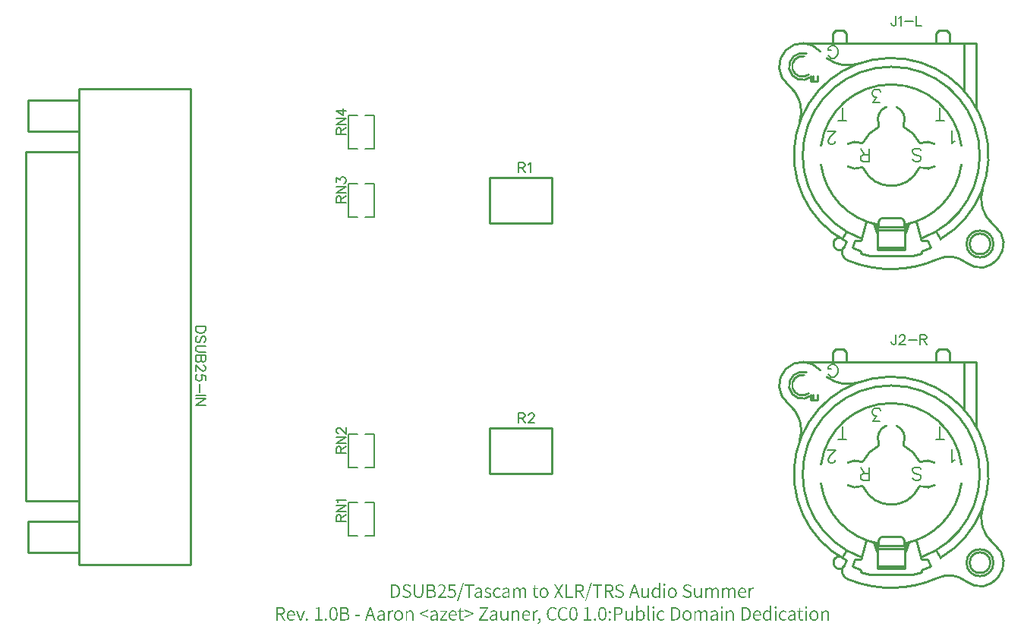
<source format=gto>
G04 Layer: TopSilkscreenLayer*
G04 EasyEDA v6.5.22, 2023-02-28 17:33:46*
G04 2c88ebba08e7464b96183e005241c5b3,bdb13a12c0ab493cb15560d8aabf918e,10*
G04 Gerber Generator version 0.2*
G04 Scale: 100 percent, Rotated: No, Reflected: No *
G04 Dimensions in millimeters *
G04 leading zeros omitted , absolute positions ,4 integer and 5 decimal *
%FSLAX45Y45*%
%MOMM*%

%ADD10C,0.1524*%
%ADD11C,0.2032*%
%ADD12C,0.2540*%
%ADD13C,0.2000*%

%LPD*%
G36*
X7130796Y555498D02*
G01*
X7130796Y417068D01*
X7147052Y417068D01*
X7147052Y476504D01*
X7155230Y483260D01*
X7163104Y488188D01*
X7170572Y491235D01*
X7177786Y492251D01*
X7183018Y491896D01*
X7187742Y490880D01*
X7191857Y489153D01*
X7195515Y486867D01*
X7198664Y483971D01*
X7201306Y480517D01*
X7203541Y476554D01*
X7205268Y472084D01*
X7206589Y467156D01*
X7207554Y461873D01*
X7208113Y456133D01*
X7208266Y450088D01*
X7207961Y443382D01*
X7207148Y437134D01*
X7205776Y431393D01*
X7203948Y426110D01*
X7201611Y421385D01*
X7198918Y417220D01*
X7195769Y413613D01*
X7192264Y410616D01*
X7188453Y408279D01*
X7184288Y406552D01*
X7179919Y405485D01*
X7175246Y405130D01*
X7169048Y405739D01*
X7162088Y407771D01*
X7154672Y411429D01*
X7147052Y417068D01*
X7130796Y417068D01*
X7130796Y393700D01*
X7143750Y393700D01*
X7145528Y405130D01*
X7146036Y405130D01*
X7153605Y399186D01*
X7161580Y394817D01*
X7169708Y392074D01*
X7177531Y391160D01*
X7182256Y391414D01*
X7186879Y392176D01*
X7191400Y393395D01*
X7195769Y395122D01*
X7199934Y397306D01*
X7203897Y399948D01*
X7207605Y403098D01*
X7211059Y406654D01*
X7214209Y410667D01*
X7217054Y415086D01*
X7219543Y419963D01*
X7221626Y425246D01*
X7223302Y430936D01*
X7224522Y436981D01*
X7225284Y443484D01*
X7225538Y450342D01*
X7225385Y456539D01*
X7224826Y462432D01*
X7223963Y468020D01*
X7222693Y473303D01*
X7221118Y478282D01*
X7219188Y482854D01*
X7216952Y487121D01*
X7214311Y490931D01*
X7211415Y494385D01*
X7208113Y497433D01*
X7204506Y500075D01*
X7200595Y502259D01*
X7196328Y503935D01*
X7191705Y505206D01*
X7186828Y505968D01*
X7181596Y506222D01*
X7176922Y505917D01*
X7172299Y504951D01*
X7167727Y503529D01*
X7163206Y501599D01*
X7158736Y499262D01*
X7154468Y496570D01*
X7146290Y490474D01*
X7147052Y510540D01*
X7147052Y555498D01*
G37*
G36*
X7255509Y555498D02*
G01*
X7255509Y413766D01*
X7256525Y404114D01*
X7259726Y397052D01*
X7265263Y392633D01*
X7273290Y391160D01*
X7279081Y391515D01*
X7283196Y392430D01*
X7280909Y405384D01*
X7278624Y404926D01*
X7277100Y404876D01*
X7275017Y405333D01*
X7273442Y406704D01*
X7272375Y409041D01*
X7272020Y412496D01*
X7272020Y555498D01*
G37*
G36*
X8619744Y555498D02*
G01*
X8619744Y512318D01*
X8620506Y493268D01*
X8613241Y498703D01*
X8605926Y502818D01*
X8598001Y505358D01*
X8589010Y506222D01*
X8584336Y505968D01*
X8579764Y505206D01*
X8575243Y503935D01*
X8570925Y502158D01*
X8566810Y499973D01*
X8562848Y497281D01*
X8559139Y494182D01*
X8555685Y490626D01*
X8552535Y486664D01*
X8549741Y482346D01*
X8547252Y477570D01*
X8545169Y472490D01*
X8543493Y467004D01*
X8542274Y461162D01*
X8541512Y455015D01*
X8541258Y448564D01*
X8558530Y448564D01*
X8558834Y454812D01*
X8559698Y460705D01*
X8561070Y466191D01*
X8563000Y471271D01*
X8565337Y475894D01*
X8568131Y480009D01*
X8571280Y483616D01*
X8574836Y486613D01*
X8578697Y489051D01*
X8582812Y490778D01*
X8587181Y491896D01*
X8591804Y492251D01*
X8598763Y491540D01*
X8605570Y489407D01*
X8612530Y485597D01*
X8619744Y480059D01*
X8619744Y420624D01*
X8612530Y413918D01*
X8605266Y409092D01*
X8597798Y406146D01*
X8590026Y405130D01*
X8585200Y405485D01*
X8580729Y406501D01*
X8576665Y408127D01*
X8572957Y410413D01*
X8569655Y413308D01*
X8566759Y416763D01*
X8564270Y420776D01*
X8562238Y425348D01*
X8560612Y430428D01*
X8559495Y436016D01*
X8558784Y442061D01*
X8558530Y448564D01*
X8541258Y448564D01*
X8541461Y441858D01*
X8542070Y435508D01*
X8543086Y429564D01*
X8544458Y424078D01*
X8546236Y418947D01*
X8548370Y414223D01*
X8550808Y409905D01*
X8553602Y406044D01*
X8556752Y402590D01*
X8560155Y399592D01*
X8563914Y397052D01*
X8567928Y394970D01*
X8572246Y393293D01*
X8576818Y392125D01*
X8581644Y391414D01*
X8586724Y391160D01*
X8591600Y391464D01*
X8596376Y392430D01*
X8600948Y393852D01*
X8605316Y395782D01*
X8609482Y398119D01*
X8613444Y400812D01*
X8617102Y403758D01*
X8620506Y406908D01*
X8621268Y406908D01*
X8622538Y393700D01*
X8636254Y393700D01*
X8636254Y555498D01*
G37*
G36*
X7320534Y549656D02*
G01*
X7315809Y548894D01*
X7312101Y546658D01*
X7309713Y543102D01*
X7308850Y538480D01*
X7309713Y533704D01*
X7312101Y530098D01*
X7315809Y527812D01*
X7320534Y527050D01*
X7325004Y527812D01*
X7328611Y530098D01*
X7331049Y533704D01*
X7331964Y538480D01*
X7331049Y543102D01*
X7328611Y546658D01*
X7325004Y548894D01*
G37*
G36*
X8084820Y549656D02*
G01*
X8079994Y548894D01*
X8076336Y546658D01*
X8073948Y543102D01*
X8073136Y538480D01*
X8073948Y533704D01*
X8076336Y530098D01*
X8079994Y527812D01*
X8084820Y527050D01*
X8089239Y527812D01*
X8092795Y530098D01*
X8095132Y533704D01*
X8095996Y538480D01*
X8095132Y543102D01*
X8092795Y546658D01*
X8089239Y548894D01*
G37*
G36*
X8682990Y549656D02*
G01*
X8678265Y548894D01*
X8674557Y546658D01*
X8672169Y543102D01*
X8671306Y538480D01*
X8672169Y533704D01*
X8674557Y530098D01*
X8678265Y527812D01*
X8682990Y527050D01*
X8687460Y527812D01*
X8691067Y530098D01*
X8693505Y533704D01*
X8694420Y538480D01*
X8693505Y543102D01*
X8691067Y546658D01*
X8687460Y548894D01*
G37*
G36*
X9023604Y549656D02*
G01*
X9018930Y548894D01*
X9015323Y546658D01*
X9012986Y543102D01*
X9012174Y538480D01*
X9012986Y533704D01*
X9015323Y530098D01*
X9018930Y527812D01*
X9023604Y527050D01*
X9028176Y527812D01*
X9031782Y530098D01*
X9034170Y533704D01*
X9035034Y538480D01*
X9034170Y543102D01*
X9031782Y546658D01*
X9028176Y548894D01*
G37*
G36*
X3752342Y545084D02*
G01*
X3747160Y544779D01*
X3742283Y543915D01*
X3737660Y542442D01*
X3733292Y540410D01*
X3729228Y537718D01*
X3725468Y534466D01*
X3722065Y530656D01*
X3718915Y526186D01*
X3716121Y521157D01*
X3713632Y515467D01*
X3711549Y509219D01*
X3709822Y502310D01*
X3708450Y494842D01*
X3707434Y486714D01*
X3706825Y477977D01*
X3706622Y468630D01*
X3722624Y468630D01*
X3722878Y478993D01*
X3723589Y488391D01*
X3724757Y496773D01*
X3726383Y504240D01*
X3728415Y510793D01*
X3730802Y516432D01*
X3733596Y521106D01*
X3736746Y524967D01*
X3740200Y527862D01*
X3743960Y529996D01*
X3748024Y531215D01*
X3752342Y531622D01*
X3756609Y531215D01*
X3760571Y529996D01*
X3764279Y527862D01*
X3767683Y524967D01*
X3770782Y521106D01*
X3773525Y516432D01*
X3775913Y510793D01*
X3777894Y504240D01*
X3779469Y496773D01*
X3780586Y488391D01*
X3781298Y478993D01*
X3781551Y468630D01*
X3781298Y458063D01*
X3780586Y448513D01*
X3779469Y439928D01*
X3777894Y432308D01*
X3775913Y425653D01*
X3773525Y419912D01*
X3770782Y415137D01*
X3767683Y411226D01*
X3764279Y408178D01*
X3760571Y406044D01*
X3756609Y404774D01*
X3752342Y404368D01*
X3748024Y404774D01*
X3743960Y406044D01*
X3740200Y408178D01*
X3736746Y411226D01*
X3733596Y415137D01*
X3730802Y419912D01*
X3728415Y425653D01*
X3726383Y432308D01*
X3724757Y439928D01*
X3723589Y448513D01*
X3722878Y458063D01*
X3722624Y468630D01*
X3706622Y468630D01*
X3706825Y459181D01*
X3707434Y450342D01*
X3708450Y442163D01*
X3709822Y434543D01*
X3711549Y427583D01*
X3713632Y421233D01*
X3716121Y415493D01*
X3718915Y410362D01*
X3722065Y405841D01*
X3725468Y401929D01*
X3729228Y398627D01*
X3733292Y395935D01*
X3737660Y393852D01*
X3742283Y392328D01*
X3747160Y391464D01*
X3752342Y391160D01*
X3757422Y391464D01*
X3762248Y392328D01*
X3766820Y393852D01*
X3771087Y395935D01*
X3775100Y398627D01*
X3778808Y401929D01*
X3782212Y405841D01*
X3785311Y410362D01*
X3788105Y415493D01*
X3790543Y421233D01*
X3792626Y427583D01*
X3794404Y434543D01*
X3795776Y442163D01*
X3796741Y450342D01*
X3797350Y459181D01*
X3797554Y468630D01*
X3797350Y477977D01*
X3796741Y486714D01*
X3795776Y494842D01*
X3794404Y502310D01*
X3792626Y509219D01*
X3790543Y515467D01*
X3788105Y521157D01*
X3785311Y526186D01*
X3782212Y530656D01*
X3778808Y534466D01*
X3775100Y537718D01*
X3771087Y540410D01*
X3766820Y542442D01*
X3762248Y543915D01*
X3757422Y544779D01*
G37*
G36*
X6197854Y545084D02*
G01*
X6192316Y544880D01*
X6186881Y544220D01*
X6181648Y543153D01*
X6176619Y541680D01*
X6171793Y539750D01*
X6167170Y537464D01*
X6162802Y534822D01*
X6158636Y531723D01*
X6154724Y528320D01*
X6151118Y524510D01*
X6147765Y520344D01*
X6144717Y515823D01*
X6141974Y510997D01*
X6139586Y505815D01*
X6137503Y500278D01*
X6135776Y494487D01*
X6134404Y488340D01*
X6133388Y481888D01*
X6132779Y475132D01*
X6132576Y468122D01*
X6132779Y461009D01*
X6133388Y454253D01*
X6134354Y447751D01*
X6135674Y441604D01*
X6137402Y435762D01*
X6139434Y430225D01*
X6141821Y425043D01*
X6144514Y420166D01*
X6147511Y415696D01*
X6150762Y411530D01*
X6154318Y407771D01*
X6158128Y404368D01*
X6162192Y401320D01*
X6166510Y398678D01*
X6171031Y396392D01*
X6175806Y394512D01*
X6180734Y393090D01*
X6185865Y392023D01*
X6191148Y391363D01*
X6196584Y391160D01*
X6203594Y391515D01*
X6210198Y392582D01*
X6216345Y394309D01*
X6222136Y396697D01*
X6227572Y399694D01*
X6232652Y403352D01*
X6237376Y407619D01*
X6241796Y412496D01*
X6232652Y422909D01*
X6228892Y419049D01*
X6224981Y415645D01*
X6220968Y412750D01*
X6216700Y410311D01*
X6212281Y408381D01*
X6207556Y407009D01*
X6202629Y406196D01*
X6197346Y405892D01*
X6192012Y406196D01*
X6186932Y407009D01*
X6182106Y408381D01*
X6177584Y410260D01*
X6173368Y412648D01*
X6169507Y415543D01*
X6165900Y418896D01*
X6162649Y422757D01*
X6159754Y427024D01*
X6157163Y431749D01*
X6154978Y436880D01*
X6153150Y442417D01*
X6151727Y448360D01*
X6150711Y454659D01*
X6150051Y461365D01*
X6149848Y468376D01*
X6150051Y475386D01*
X6150711Y482041D01*
X6151778Y488340D01*
X6153302Y494233D01*
X6155182Y499770D01*
X6157417Y504850D01*
X6160058Y509524D01*
X6163005Y513740D01*
X6166358Y517550D01*
X6170015Y520852D01*
X6173978Y523697D01*
X6178245Y526084D01*
X6182817Y527913D01*
X6187643Y529285D01*
X6192774Y530098D01*
X6198108Y530352D01*
X6207302Y529285D01*
X6215481Y526389D01*
X6222644Y521868D01*
X6228842Y516128D01*
X6238240Y527050D01*
X6234785Y530504D01*
X6230823Y533857D01*
X6226403Y536905D01*
X6221577Y539597D01*
X6216294Y541832D01*
X6210554Y543610D01*
X6204407Y544677D01*
G37*
G36*
X6320536Y545084D02*
G01*
X6314998Y544880D01*
X6309563Y544220D01*
X6304330Y543153D01*
X6299301Y541680D01*
X6294475Y539750D01*
X6289852Y537464D01*
X6285484Y534822D01*
X6281318Y531723D01*
X6277406Y528320D01*
X6273800Y524510D01*
X6270447Y520344D01*
X6267399Y515823D01*
X6264656Y510997D01*
X6262268Y505815D01*
X6260185Y500278D01*
X6258458Y494487D01*
X6257086Y488340D01*
X6256070Y481888D01*
X6255461Y475132D01*
X6255258Y468122D01*
X6255461Y461009D01*
X6256070Y454253D01*
X6257036Y447751D01*
X6258356Y441604D01*
X6260084Y435762D01*
X6262116Y430225D01*
X6264503Y425043D01*
X6267196Y420166D01*
X6270193Y415696D01*
X6273444Y411530D01*
X6277000Y407771D01*
X6280810Y404368D01*
X6284874Y401320D01*
X6289192Y398678D01*
X6293713Y396392D01*
X6298488Y394512D01*
X6303416Y393090D01*
X6308547Y392023D01*
X6313830Y391363D01*
X6319266Y391160D01*
X6326276Y391515D01*
X6332880Y392582D01*
X6339078Y394309D01*
X6344869Y396697D01*
X6350304Y399694D01*
X6355435Y403352D01*
X6360210Y407619D01*
X6364732Y412496D01*
X6355334Y422909D01*
X6351574Y419049D01*
X6347663Y415645D01*
X6343650Y412750D01*
X6339382Y410311D01*
X6334963Y408381D01*
X6330238Y407009D01*
X6325311Y406196D01*
X6320028Y405892D01*
X6314694Y406196D01*
X6309614Y407009D01*
X6304788Y408381D01*
X6300266Y410260D01*
X6296050Y412648D01*
X6292189Y415543D01*
X6288582Y418896D01*
X6285331Y422757D01*
X6282436Y427024D01*
X6279845Y431749D01*
X6277660Y436880D01*
X6275832Y442417D01*
X6274409Y448360D01*
X6273393Y454659D01*
X6272733Y461365D01*
X6272530Y468376D01*
X6272733Y475386D01*
X6273393Y482041D01*
X6274460Y488340D01*
X6275984Y494233D01*
X6277864Y499770D01*
X6280099Y504850D01*
X6282740Y509524D01*
X6285687Y513740D01*
X6289040Y517550D01*
X6292697Y520852D01*
X6296660Y523697D01*
X6300927Y526084D01*
X6305499Y527913D01*
X6310325Y529285D01*
X6315456Y530098D01*
X6320790Y530352D01*
X6329984Y529285D01*
X6338163Y526389D01*
X6345326Y521868D01*
X6351524Y516128D01*
X6360922Y527050D01*
X6357518Y530504D01*
X6353606Y533857D01*
X6349238Y536905D01*
X6344361Y539597D01*
X6339027Y541832D01*
X6333286Y543610D01*
X6327089Y544677D01*
G37*
G36*
X6427978Y545084D02*
G01*
X6422847Y544779D01*
X6417970Y543915D01*
X6413398Y542442D01*
X6409029Y540410D01*
X6405016Y537718D01*
X6401257Y534466D01*
X6397802Y530656D01*
X6394653Y526186D01*
X6391808Y521157D01*
X6389370Y515467D01*
X6387236Y509219D01*
X6385458Y502310D01*
X6384086Y494842D01*
X6383070Y486714D01*
X6382461Y477977D01*
X6382258Y468630D01*
X6398260Y468630D01*
X6398514Y478993D01*
X6399225Y488391D01*
X6400444Y496773D01*
X6402070Y504240D01*
X6404102Y510793D01*
X6406540Y516432D01*
X6409334Y521106D01*
X6412484Y524967D01*
X6415938Y527862D01*
X6419697Y529996D01*
X6423710Y531215D01*
X6427978Y531622D01*
X6432245Y531215D01*
X6436207Y529996D01*
X6439916Y527862D01*
X6443319Y524967D01*
X6446418Y521106D01*
X6449161Y516432D01*
X6451549Y510793D01*
X6453530Y504240D01*
X6455105Y496773D01*
X6456222Y488391D01*
X6456934Y478993D01*
X6457188Y468630D01*
X6456934Y458063D01*
X6456222Y448513D01*
X6455105Y439928D01*
X6453530Y432308D01*
X6451549Y425653D01*
X6449161Y419912D01*
X6446418Y415137D01*
X6443319Y411226D01*
X6439916Y408178D01*
X6436207Y406044D01*
X6432245Y404774D01*
X6427978Y404368D01*
X6423710Y404774D01*
X6419697Y406044D01*
X6415938Y408178D01*
X6412484Y411226D01*
X6409334Y415137D01*
X6406540Y419912D01*
X6404102Y425653D01*
X6402070Y432308D01*
X6400444Y439928D01*
X6399225Y448513D01*
X6398514Y458063D01*
X6398260Y468630D01*
X6382258Y468630D01*
X6382461Y459181D01*
X6383070Y450342D01*
X6384086Y442163D01*
X6385458Y434543D01*
X6387236Y427583D01*
X6389370Y421233D01*
X6391808Y415493D01*
X6394653Y410362D01*
X6397802Y405841D01*
X6401257Y401929D01*
X6405016Y398627D01*
X6409029Y395935D01*
X6413398Y393852D01*
X6417970Y392328D01*
X6422847Y391464D01*
X6427978Y391160D01*
X6433108Y391464D01*
X6437934Y392328D01*
X6442557Y393852D01*
X6446875Y395935D01*
X6450888Y398627D01*
X6454648Y401929D01*
X6458051Y405841D01*
X6461201Y410362D01*
X6463995Y415493D01*
X6466433Y421233D01*
X6468516Y427583D01*
X6470294Y434543D01*
X6471666Y442163D01*
X6472631Y450342D01*
X6473240Y459181D01*
X6473444Y468630D01*
X6473240Y477977D01*
X6472631Y486714D01*
X6471666Y494842D01*
X6470294Y502310D01*
X6468516Y509219D01*
X6466433Y515467D01*
X6463995Y521157D01*
X6461201Y526186D01*
X6458051Y530656D01*
X6454648Y534466D01*
X6450888Y537718D01*
X6446875Y540410D01*
X6442557Y542442D01*
X6437934Y543915D01*
X6433108Y544779D01*
G37*
G36*
X6751320Y545084D02*
G01*
X6746189Y544779D01*
X6741312Y543915D01*
X6736740Y542442D01*
X6732371Y540410D01*
X6728358Y537718D01*
X6724599Y534466D01*
X6721144Y530656D01*
X6717995Y526186D01*
X6715150Y521157D01*
X6712712Y515467D01*
X6710578Y509219D01*
X6708800Y502310D01*
X6707428Y494842D01*
X6706412Y486714D01*
X6705803Y477977D01*
X6705600Y468630D01*
X6721602Y468630D01*
X6721856Y478993D01*
X6722567Y488391D01*
X6723735Y496773D01*
X6725361Y504240D01*
X6727393Y510793D01*
X6729780Y516432D01*
X6732574Y521106D01*
X6735724Y524967D01*
X6739178Y527862D01*
X6742938Y529996D01*
X6747002Y531215D01*
X6751320Y531622D01*
X6755587Y531215D01*
X6759549Y529996D01*
X6763258Y527862D01*
X6766661Y524967D01*
X6769760Y521106D01*
X6772503Y516432D01*
X6774891Y510793D01*
X6776872Y504240D01*
X6778447Y496773D01*
X6779564Y488391D01*
X6780275Y478993D01*
X6780530Y468630D01*
X6780275Y458063D01*
X6779564Y448513D01*
X6778447Y439928D01*
X6776872Y432308D01*
X6774891Y425653D01*
X6772503Y419912D01*
X6769760Y415137D01*
X6766661Y411226D01*
X6763258Y408178D01*
X6759549Y406044D01*
X6755587Y404774D01*
X6751320Y404368D01*
X6747002Y404774D01*
X6742938Y406044D01*
X6739178Y408178D01*
X6735724Y411226D01*
X6732574Y415137D01*
X6729780Y419912D01*
X6727393Y425653D01*
X6725361Y432308D01*
X6723735Y439928D01*
X6722567Y448513D01*
X6721856Y458063D01*
X6721602Y468630D01*
X6705600Y468630D01*
X6705803Y459181D01*
X6706412Y450342D01*
X6707428Y442163D01*
X6708800Y434543D01*
X6710578Y427583D01*
X6712712Y421233D01*
X6715150Y415493D01*
X6717995Y410362D01*
X6721144Y405841D01*
X6724599Y401929D01*
X6728358Y398627D01*
X6732371Y395935D01*
X6736740Y393852D01*
X6741312Y392328D01*
X6746189Y391464D01*
X6751320Y391160D01*
X6756450Y391464D01*
X6761276Y392328D01*
X6765848Y393852D01*
X6770166Y395935D01*
X6774180Y398627D01*
X6777888Y401929D01*
X6781292Y405841D01*
X6784390Y410362D01*
X6787184Y415493D01*
X6789572Y421233D01*
X6791655Y427583D01*
X6793382Y434543D01*
X6794753Y442163D01*
X6795719Y450342D01*
X6796328Y459181D01*
X6796531Y468630D01*
X6796328Y477977D01*
X6795719Y486714D01*
X6794753Y494842D01*
X6793382Y502310D01*
X6791655Y509219D01*
X6789572Y515467D01*
X6787184Y521157D01*
X6784390Y526186D01*
X6781292Y530656D01*
X6777888Y534466D01*
X6774180Y537718D01*
X6770166Y540410D01*
X6765848Y542442D01*
X6761276Y543915D01*
X6756450Y544779D01*
G37*
G36*
X3115564Y542544D02*
G01*
X3115564Y528828D01*
X3158236Y528828D01*
X3166770Y528472D01*
X3174238Y527354D01*
X3180638Y525424D01*
X3185972Y522630D01*
X3190138Y518820D01*
X3193135Y514045D01*
X3194964Y508152D01*
X3195574Y501142D01*
X3194964Y494182D01*
X3193135Y488188D01*
X3190138Y483108D01*
X3185972Y478993D01*
X3180638Y475792D01*
X3174238Y473506D01*
X3166770Y472135D01*
X3158236Y471678D01*
X3132328Y471678D01*
X3132328Y528828D01*
X3115564Y528828D01*
X3115564Y393700D01*
X3132328Y393700D01*
X3132328Y457962D01*
X3160268Y457962D01*
X3197352Y393700D01*
X3216148Y393700D01*
X3177794Y459485D01*
X3182924Y460857D01*
X3187700Y462635D01*
X3192068Y464769D01*
X3196132Y467258D01*
X3199739Y470103D01*
X3202990Y473354D01*
X3205734Y477012D01*
X3208070Y481025D01*
X3209899Y485444D01*
X3211220Y490270D01*
X3212084Y495503D01*
X3212338Y501142D01*
X3211931Y508355D01*
X3210661Y514807D01*
X3208578Y520446D01*
X3205734Y525424D01*
X3202228Y529691D01*
X3198012Y533247D01*
X3193186Y536244D01*
X3187750Y538581D01*
X3181807Y540359D01*
X3175304Y541578D01*
X3168396Y542290D01*
X3161030Y542544D01*
G37*
G36*
X3585210Y542544D02*
G01*
X3579114Y539191D01*
X3572154Y536397D01*
X3564229Y534162D01*
X3555237Y532384D01*
X3555237Y521462D01*
X3581400Y521462D01*
X3581400Y407416D01*
X3548126Y407416D01*
X3548126Y393700D01*
X3628136Y393700D01*
X3628136Y407416D01*
X3597910Y407416D01*
X3597910Y542544D01*
G37*
G36*
X3828796Y542544D02*
G01*
X3828796Y529082D01*
X3869436Y529082D01*
X3877919Y528726D01*
X3885336Y527710D01*
X3891635Y525932D01*
X3896766Y523392D01*
X3900779Y519938D01*
X3903675Y515569D01*
X3905453Y510285D01*
X3906012Y503935D01*
X3905504Y498398D01*
X3903878Y493420D01*
X3901135Y489102D01*
X3897223Y485444D01*
X3892042Y482498D01*
X3885539Y480314D01*
X3877716Y478993D01*
X3868420Y478535D01*
X3845560Y478535D01*
X3845560Y529082D01*
X3828796Y529082D01*
X3828796Y465582D01*
X3872484Y465582D01*
X3878986Y465378D01*
X3884980Y464870D01*
X3890467Y463956D01*
X3895445Y462635D01*
X3899915Y460959D01*
X3903776Y458876D01*
X3907129Y456438D01*
X3909872Y453542D01*
X3912057Y450240D01*
X3913632Y446582D01*
X3914597Y442417D01*
X3914901Y437896D01*
X3914597Y432816D01*
X3913581Y428193D01*
X3912006Y424078D01*
X3909771Y420420D01*
X3906977Y417271D01*
X3903624Y414528D01*
X3899662Y412242D01*
X3895242Y410413D01*
X3890264Y408940D01*
X3884777Y407974D01*
X3878884Y407365D01*
X3872484Y407162D01*
X3845560Y407162D01*
X3845560Y465582D01*
X3828796Y465582D01*
X3828796Y393700D01*
X3875024Y393700D01*
X3881120Y393852D01*
X3887012Y394360D01*
X3892600Y395224D01*
X3897884Y396392D01*
X3902862Y397916D01*
X3907485Y399796D01*
X3911803Y402031D01*
X3915714Y404571D01*
X3919220Y407466D01*
X3922369Y410667D01*
X3925062Y414223D01*
X3927297Y418134D01*
X3929075Y422351D01*
X3930345Y426974D01*
X3931158Y431850D01*
X3931412Y437134D01*
X3930853Y444347D01*
X3929126Y450799D01*
X3926433Y456438D01*
X3922776Y461314D01*
X3918254Y465429D01*
X3912971Y468731D01*
X3907028Y471220D01*
X3900424Y472948D01*
X3900424Y473709D01*
X3905453Y475894D01*
X3909872Y478739D01*
X3913682Y482142D01*
X3916832Y486105D01*
X3919270Y490575D01*
X3921048Y495401D01*
X3922166Y500532D01*
X3922522Y505968D01*
X3922115Y512114D01*
X3920845Y517651D01*
X3918813Y522630D01*
X3916070Y526948D01*
X3912615Y530758D01*
X3908450Y533958D01*
X3903675Y536651D01*
X3898341Y538835D01*
X3892397Y540461D01*
X3885996Y541629D01*
X3879087Y542340D01*
X3871722Y542544D01*
G37*
G36*
X4152646Y542544D02*
G01*
X4122391Y453898D01*
X4138168Y453898D01*
X4153712Y502869D01*
X4161028Y528320D01*
X4162044Y528320D01*
X4169460Y502970D01*
X4177284Y478028D01*
X4185158Y453898D01*
X4122391Y453898D01*
X4101846Y393700D01*
X4118610Y393700D01*
X4133850Y440690D01*
X4189476Y440690D01*
X4204208Y393700D01*
X4221988Y393700D01*
X4171187Y542544D01*
G37*
G36*
X5384292Y542544D02*
G01*
X5384292Y528320D01*
X5457190Y528320D01*
X5376926Y403606D01*
X5376926Y393700D01*
X5478780Y393700D01*
X5478780Y407924D01*
X5397754Y407924D01*
X5477764Y532384D01*
X5477764Y542544D01*
G37*
G36*
X6584188Y542544D02*
G01*
X6578092Y539191D01*
X6571132Y536397D01*
X6563207Y534162D01*
X6554216Y532384D01*
X6554216Y521462D01*
X6580378Y521462D01*
X6580378Y407416D01*
X6547104Y407416D01*
X6547104Y393700D01*
X6627114Y393700D01*
X6627114Y407416D01*
X6596888Y407416D01*
X6596888Y542544D01*
G37*
G36*
X6882638Y542544D02*
G01*
X6882638Y528828D01*
X6921500Y528828D01*
X6928002Y528675D01*
X6933946Y528218D01*
X6939381Y527354D01*
X6944207Y526135D01*
X6948424Y524560D01*
X6952132Y522478D01*
X6955281Y519938D01*
X6957822Y516940D01*
X6959853Y513384D01*
X6961276Y509320D01*
X6962089Y504647D01*
X6962394Y499364D01*
X6962140Y494080D01*
X6961327Y489356D01*
X6959955Y485089D01*
X6958025Y481330D01*
X6955536Y478028D01*
X6952538Y475183D01*
X6948931Y472846D01*
X6944766Y470916D01*
X6939991Y469442D01*
X6934657Y468426D01*
X6928764Y467817D01*
X6922262Y467614D01*
X6899402Y467614D01*
X6899402Y528828D01*
X6882638Y528828D01*
X6882638Y393700D01*
X6899402Y393700D01*
X6899402Y453898D01*
X6930593Y454050D01*
X6936384Y454558D01*
X6941870Y455422D01*
X6947001Y456641D01*
X6951827Y458216D01*
X6956348Y460095D01*
X6960463Y462381D01*
X6964222Y465023D01*
X6967626Y468020D01*
X6970572Y471373D01*
X6973163Y475081D01*
X6975246Y479196D01*
X6976973Y483666D01*
X6978192Y488492D01*
X6978903Y493725D01*
X6979158Y499364D01*
X6978903Y505104D01*
X6978142Y510387D01*
X6976922Y515213D01*
X6975246Y519633D01*
X6973062Y523544D01*
X6970471Y527100D01*
X6967474Y530199D01*
X6964070Y532942D01*
X6960209Y535330D01*
X6956044Y537311D01*
X6951472Y538988D01*
X6946595Y540308D01*
X6941362Y541324D01*
X6935774Y541985D01*
X6929932Y542391D01*
X6923786Y542544D01*
G37*
G36*
X7516368Y542544D02*
G01*
X7516368Y528574D01*
X7551420Y528574D01*
X7558024Y528320D01*
X7564170Y527558D01*
X7569860Y526288D01*
X7575143Y524560D01*
X7580020Y522325D01*
X7584440Y519633D01*
X7588402Y516483D01*
X7591958Y512876D01*
X7595108Y508812D01*
X7597800Y504342D01*
X7600086Y499414D01*
X7601966Y494080D01*
X7603388Y488289D01*
X7604455Y482142D01*
X7605064Y475589D01*
X7605268Y468630D01*
X7605064Y461721D01*
X7604455Y455117D01*
X7603388Y448919D01*
X7601966Y443077D01*
X7600086Y437642D01*
X7597800Y432612D01*
X7595108Y427990D01*
X7591958Y423824D01*
X7588402Y420065D01*
X7584440Y416814D01*
X7580020Y413969D01*
X7575143Y411683D01*
X7569860Y409803D01*
X7564170Y408482D01*
X7558024Y407670D01*
X7551420Y407416D01*
X7533131Y407416D01*
X7533131Y528574D01*
X7516368Y528574D01*
X7516368Y393700D01*
X7553452Y393700D01*
X7560056Y393903D01*
X7566355Y394512D01*
X7572349Y395579D01*
X7577988Y397002D01*
X7583322Y398830D01*
X7588300Y401066D01*
X7592974Y403656D01*
X7597292Y406603D01*
X7601305Y409956D01*
X7604963Y413664D01*
X7608265Y417677D01*
X7611262Y422046D01*
X7613853Y426770D01*
X7616139Y431850D01*
X7618120Y437184D01*
X7619695Y442874D01*
X7620914Y448868D01*
X7621828Y455168D01*
X7622387Y461772D01*
X7622540Y468630D01*
X7622387Y475488D01*
X7621828Y482041D01*
X7620914Y488340D01*
X7619695Y494284D01*
X7618120Y499872D01*
X7616139Y505206D01*
X7613853Y510184D01*
X7611211Y514858D01*
X7608214Y519125D01*
X7604912Y523138D01*
X7601203Y526745D01*
X7597190Y529996D01*
X7592822Y532892D01*
X7588148Y535432D01*
X7583119Y537565D01*
X7577734Y539343D01*
X7572044Y540715D01*
X7565999Y541731D01*
X7559649Y542340D01*
X7552944Y542544D01*
G37*
G36*
X8300720Y542544D02*
G01*
X8300720Y528574D01*
X8335772Y528574D01*
X8342375Y528320D01*
X8348522Y527558D01*
X8354212Y526288D01*
X8359495Y524560D01*
X8364372Y522325D01*
X8368792Y519633D01*
X8372754Y516483D01*
X8376310Y512876D01*
X8379459Y508812D01*
X8382152Y504342D01*
X8384438Y499414D01*
X8386318Y494080D01*
X8387740Y488289D01*
X8388807Y482142D01*
X8389416Y475589D01*
X8389620Y468630D01*
X8389416Y461721D01*
X8388807Y455117D01*
X8387740Y448919D01*
X8386318Y443077D01*
X8384438Y437642D01*
X8382152Y432612D01*
X8379459Y427990D01*
X8376310Y423824D01*
X8372754Y420065D01*
X8368792Y416814D01*
X8364372Y413969D01*
X8359495Y411683D01*
X8354212Y409803D01*
X8348522Y408482D01*
X8342375Y407670D01*
X8335772Y407416D01*
X8317484Y407416D01*
X8317484Y528574D01*
X8300720Y528574D01*
X8300720Y393700D01*
X8337803Y393700D01*
X8344408Y393903D01*
X8350707Y394512D01*
X8356701Y395579D01*
X8362340Y397002D01*
X8367674Y398830D01*
X8372652Y401066D01*
X8377326Y403656D01*
X8381644Y406603D01*
X8385657Y409956D01*
X8389315Y413664D01*
X8392617Y417677D01*
X8395614Y422046D01*
X8398205Y426770D01*
X8400491Y431850D01*
X8402472Y437184D01*
X8404047Y442874D01*
X8405266Y448868D01*
X8406180Y455168D01*
X8406739Y461772D01*
X8406892Y468630D01*
X8406739Y475488D01*
X8406180Y482041D01*
X8405266Y488340D01*
X8404047Y494284D01*
X8402472Y499872D01*
X8400491Y505206D01*
X8398205Y510184D01*
X8395563Y514858D01*
X8392566Y519125D01*
X8389264Y523138D01*
X8385556Y526745D01*
X8381542Y529996D01*
X8377174Y532892D01*
X8372500Y535432D01*
X8367471Y537565D01*
X8362086Y539343D01*
X8356396Y540715D01*
X8350351Y541731D01*
X8344001Y542340D01*
X8337296Y542544D01*
G37*
G36*
X5159756Y534416D02*
G01*
X5157724Y503428D01*
X5140452Y502412D01*
X5140452Y489712D01*
X5156962Y489712D01*
X5156962Y426720D01*
X5157317Y419049D01*
X5158486Y412140D01*
X5160518Y406095D01*
X5163515Y400964D01*
X5167579Y396798D01*
X5172811Y393700D01*
X5179314Y391820D01*
X5187188Y391160D01*
X5191963Y391515D01*
X5196992Y392430D01*
X5206746Y395224D01*
X5203444Y407670D01*
X5200548Y406552D01*
X5197297Y405587D01*
X5193944Y404876D01*
X5190744Y404622D01*
X5182463Y406095D01*
X5177180Y410362D01*
X5174335Y417169D01*
X5173472Y426212D01*
X5173472Y489712D01*
X5203698Y489712D01*
X5203698Y503428D01*
X5173472Y503428D01*
X5173472Y534416D01*
G37*
G36*
X8946134Y534416D02*
G01*
X8944102Y503428D01*
X8926830Y502412D01*
X8926830Y489712D01*
X8943340Y489712D01*
X8943340Y426720D01*
X8943695Y419049D01*
X8944864Y412140D01*
X8946896Y406095D01*
X8949893Y400964D01*
X8954008Y396798D01*
X8959291Y393700D01*
X8965895Y391820D01*
X8973820Y391160D01*
X8978544Y391515D01*
X8983472Y392430D01*
X8993124Y395224D01*
X8990076Y407670D01*
X8983675Y405587D01*
X8980322Y404876D01*
X8977122Y404622D01*
X8968841Y406095D01*
X8963558Y410362D01*
X8960713Y417169D01*
X8959850Y426212D01*
X8959850Y489712D01*
X8990076Y489712D01*
X8990076Y503428D01*
X8959850Y503428D01*
X8959850Y534416D01*
G37*
G36*
X4811268Y513588D02*
G01*
X4715002Y475742D01*
X4715002Y462026D01*
X4811268Y424180D01*
X4811268Y438912D01*
X4732020Y468376D01*
X4732020Y469392D01*
X4762246Y480822D01*
X4811268Y498856D01*
G37*
G36*
X5217414Y513588D02*
G01*
X5217414Y498856D01*
X5266436Y480822D01*
X5296662Y469392D01*
X5296662Y468376D01*
X5217414Y438912D01*
X5217414Y424180D01*
X5313426Y462026D01*
X5313426Y475742D01*
G37*
G36*
X3279648Y506222D02*
G01*
X3274974Y505968D01*
X3270300Y505206D01*
X3265779Y503935D01*
X3261360Y502208D01*
X3257143Y500024D01*
X3253079Y497332D01*
X3249269Y494233D01*
X3245713Y490728D01*
X3242462Y486765D01*
X3239516Y482447D01*
X3236925Y477672D01*
X3234740Y472592D01*
X3233013Y467106D01*
X3231692Y461264D01*
X3231159Y457200D01*
X3246882Y457200D01*
X3248304Y465124D01*
X3250742Y472185D01*
X3254044Y478282D01*
X3258159Y483362D01*
X3262934Y487426D01*
X3268217Y490372D01*
X3273907Y492150D01*
X3279901Y492759D01*
X3286251Y492201D01*
X3291840Y490474D01*
X3296716Y487680D01*
X3300780Y483768D01*
X3304032Y478739D01*
X3306419Y472592D01*
X3307842Y465429D01*
X3308350Y457200D01*
X3231159Y457200D01*
X3230880Y455066D01*
X3230626Y448564D01*
X3230880Y441959D01*
X3231692Y435762D01*
X3232962Y429869D01*
X3234690Y424383D01*
X3236874Y419252D01*
X3239465Y414528D01*
X3242462Y410260D01*
X3245815Y406349D01*
X3249472Y402844D01*
X3253486Y399796D01*
X3257803Y397205D01*
X3262325Y395071D01*
X3267151Y393344D01*
X3272129Y392125D01*
X3277362Y391414D01*
X3282696Y391160D01*
X3288233Y391414D01*
X3293414Y392023D01*
X3298240Y393090D01*
X3302812Y394462D01*
X3307130Y396138D01*
X3311194Y398018D01*
X3318764Y402336D01*
X3312668Y413258D01*
X3306368Y409498D01*
X3299663Y406704D01*
X3292449Y404977D01*
X3284728Y404368D01*
X3279444Y404723D01*
X3274415Y405688D01*
X3269792Y407263D01*
X3265525Y409498D01*
X3261614Y412242D01*
X3258108Y415543D01*
X3255060Y419354D01*
X3252470Y423621D01*
X3250387Y428345D01*
X3248761Y433527D01*
X3247694Y439064D01*
X3247136Y445008D01*
X3322065Y445008D01*
X3322523Y447090D01*
X3322828Y452120D01*
X3322523Y462584D01*
X3321558Y469747D01*
X3319932Y476300D01*
X3317748Y482346D01*
X3314903Y487730D01*
X3311550Y492455D01*
X3307537Y496570D01*
X3303015Y499973D01*
X3297986Y502666D01*
X3292398Y504647D01*
X3286251Y505815D01*
G37*
G36*
X4288028Y506222D02*
G01*
X4281474Y505866D01*
X4275175Y504850D01*
X4269181Y503326D01*
X4263542Y501345D01*
X4258310Y499109D01*
X4253484Y496671D01*
X4245356Y491743D01*
X4251960Y480314D01*
X4258818Y484682D01*
X4266793Y488594D01*
X4275632Y491439D01*
X4285234Y492506D01*
X4291736Y491845D01*
X4296968Y489966D01*
X4301083Y487070D01*
X4304182Y483311D01*
X4306366Y478840D01*
X4307738Y473862D01*
X4308449Y468528D01*
X4308602Y463042D01*
X4292193Y460756D01*
X4284878Y459333D01*
X4278122Y457758D01*
X4271975Y455980D01*
X4266438Y454050D01*
X4261408Y451866D01*
X4256938Y449529D01*
X4253026Y446938D01*
X4249674Y444093D01*
X4246880Y441045D01*
X4244543Y437743D01*
X4242765Y434187D01*
X4241546Y430377D01*
X4240784Y426262D01*
X4240589Y422909D01*
X4256532Y422909D01*
X4256836Y426516D01*
X4257700Y429920D01*
X4259224Y433120D01*
X4261408Y436067D01*
X4264304Y438810D01*
X4268012Y441299D01*
X4272483Y443585D01*
X4277817Y445668D01*
X4284065Y447497D01*
X4291228Y449173D01*
X4299407Y450646D01*
X4308602Y451866D01*
X4308602Y419608D01*
X4300524Y413054D01*
X4292752Y408279D01*
X4284980Y405333D01*
X4276852Y404368D01*
X4268978Y405384D01*
X4262526Y408686D01*
X4258157Y414426D01*
X4256532Y422909D01*
X4240589Y422909D01*
X4240530Y421893D01*
X4241190Y414883D01*
X4243019Y408736D01*
X4245914Y403453D01*
X4249775Y399084D01*
X4254500Y395681D01*
X4259935Y393192D01*
X4265980Y391668D01*
X4272534Y391160D01*
X4277614Y391464D01*
X4282592Y392430D01*
X4287469Y393903D01*
X4292193Y395833D01*
X4296765Y398170D01*
X4301134Y400913D01*
X4305350Y403910D01*
X4309364Y407162D01*
X4310126Y407162D01*
X4311396Y393700D01*
X4325112Y393700D01*
X4325112Y461772D01*
X4324908Y468172D01*
X4324197Y474218D01*
X4323029Y479856D01*
X4321352Y485038D01*
X4319168Y489712D01*
X4316476Y493877D01*
X4313224Y497535D01*
X4309364Y500583D01*
X4304944Y502970D01*
X4299966Y504748D01*
X4294327Y505866D01*
G37*
G36*
X4407916Y506222D02*
G01*
X4403394Y505815D01*
X4399026Y504596D01*
X4394758Y502615D01*
X4390694Y499922D01*
X4386884Y496620D01*
X4383278Y492709D01*
X4379925Y488289D01*
X4376928Y483362D01*
X4376420Y483362D01*
X4374642Y503428D01*
X4361180Y503428D01*
X4361180Y393700D01*
X4377690Y393700D01*
X4377690Y465328D01*
X4380738Y471932D01*
X4384040Y477418D01*
X4387545Y481888D01*
X4391202Y485444D01*
X4394962Y488086D01*
X4398670Y489864D01*
X4402378Y490880D01*
X4405884Y491235D01*
X4411370Y490829D01*
X4416298Y489458D01*
X4419600Y503935D01*
X4416958Y505053D01*
X4414215Y505764D01*
X4411268Y506120D01*
G37*
G36*
X4478020Y506222D02*
G01*
X4473041Y505968D01*
X4468114Y505256D01*
X4463338Y504037D01*
X4458766Y502361D01*
X4454347Y500227D01*
X4450181Y497636D01*
X4446270Y494588D01*
X4442663Y491083D01*
X4439361Y487222D01*
X4436364Y482904D01*
X4433773Y478129D01*
X4431588Y472998D01*
X4429810Y467461D01*
X4428540Y461518D01*
X4427728Y455218D01*
X4427474Y448564D01*
X4444492Y448564D01*
X4444796Y454863D01*
X4445609Y460806D01*
X4446930Y466343D01*
X4448759Y471424D01*
X4451096Y475996D01*
X4453839Y480110D01*
X4456988Y483666D01*
X4460544Y486664D01*
X4464405Y489051D01*
X4468672Y490829D01*
X4473194Y491896D01*
X4478020Y492251D01*
X4482795Y491896D01*
X4487316Y490829D01*
X4491532Y489051D01*
X4495393Y486664D01*
X4498949Y483666D01*
X4502099Y480110D01*
X4504893Y475996D01*
X4507179Y471424D01*
X4509058Y466343D01*
X4510430Y460806D01*
X4511243Y454863D01*
X4511548Y448564D01*
X4511243Y442214D01*
X4510430Y436219D01*
X4509058Y430682D01*
X4507179Y425602D01*
X4504893Y420979D01*
X4502099Y416915D01*
X4498949Y413359D01*
X4495393Y410413D01*
X4491532Y408025D01*
X4487316Y406298D01*
X4482795Y405231D01*
X4478020Y404876D01*
X4473194Y405231D01*
X4468672Y406298D01*
X4464405Y408025D01*
X4460544Y410413D01*
X4456988Y413359D01*
X4453839Y416915D01*
X4451096Y420979D01*
X4448759Y425602D01*
X4446930Y430682D01*
X4445609Y436219D01*
X4444796Y442214D01*
X4444492Y448564D01*
X4427474Y448564D01*
X4427728Y441909D01*
X4428540Y435660D01*
X4429810Y429768D01*
X4431588Y424281D01*
X4433773Y419150D01*
X4436364Y414426D01*
X4439361Y410108D01*
X4442663Y406247D01*
X4446270Y402793D01*
X4450181Y399745D01*
X4454347Y397154D01*
X4458766Y395020D01*
X4463338Y393344D01*
X4468114Y392125D01*
X4473041Y391414D01*
X4478020Y391160D01*
X4482998Y391414D01*
X4487875Y392125D01*
X4492599Y393344D01*
X4497171Y395020D01*
X4501540Y397154D01*
X4505756Y399745D01*
X4509668Y402793D01*
X4513275Y406247D01*
X4516628Y410108D01*
X4519625Y414426D01*
X4522216Y419150D01*
X4524400Y424281D01*
X4526178Y429768D01*
X4527499Y435660D01*
X4528312Y441909D01*
X4528566Y448564D01*
X4528312Y455218D01*
X4527499Y461518D01*
X4526178Y467461D01*
X4524400Y472998D01*
X4522216Y478129D01*
X4519625Y482904D01*
X4516628Y487222D01*
X4513275Y491134D01*
X4509668Y494588D01*
X4505756Y497636D01*
X4501540Y500227D01*
X4497171Y502361D01*
X4492599Y504037D01*
X4487875Y505256D01*
X4482998Y505968D01*
G37*
G36*
X4611116Y506222D02*
G01*
X4605578Y505866D01*
X4600397Y504748D01*
X4595520Y503021D01*
X4590846Y500735D01*
X4586427Y497941D01*
X4582210Y494741D01*
X4578045Y491235D01*
X4574032Y487426D01*
X4573524Y487426D01*
X4571746Y503428D01*
X4558284Y503428D01*
X4558284Y393700D01*
X4574794Y393700D01*
X4574794Y473964D01*
X4582871Y481685D01*
X4586681Y484733D01*
X4590440Y487222D01*
X4594148Y489204D01*
X4597958Y490626D01*
X4601870Y491439D01*
X4606036Y491743D01*
X4611370Y491286D01*
X4615891Y489966D01*
X4619650Y487730D01*
X4622698Y484530D01*
X4624984Y480263D01*
X4626610Y475030D01*
X4627575Y468680D01*
X4627880Y461264D01*
X4627880Y393700D01*
X4644644Y393700D01*
X4644644Y463296D01*
X4644440Y470052D01*
X4643729Y476250D01*
X4642612Y481888D01*
X4641037Y486968D01*
X4639005Y491439D01*
X4636465Y495350D01*
X4633468Y498652D01*
X4629962Y501345D01*
X4626000Y503478D01*
X4621530Y505002D01*
X4616602Y505917D01*
G37*
G36*
X4878324Y506222D02*
G01*
X4871872Y505866D01*
X4865624Y504850D01*
X4859680Y503326D01*
X4854041Y501345D01*
X4848758Y499109D01*
X4843932Y496671D01*
X4835652Y491743D01*
X4842510Y480314D01*
X4849368Y484682D01*
X4857343Y488594D01*
X4866182Y491439D01*
X4875784Y492506D01*
X4882184Y491845D01*
X4887417Y489966D01*
X4891532Y487070D01*
X4894630Y483311D01*
X4896815Y478840D01*
X4898237Y473862D01*
X4898999Y468528D01*
X4899152Y463042D01*
X4882642Y460756D01*
X4875326Y459333D01*
X4868570Y457758D01*
X4862423Y455980D01*
X4856835Y454050D01*
X4851857Y451866D01*
X4847386Y449529D01*
X4843526Y446938D01*
X4840173Y444093D01*
X4837379Y441045D01*
X4835093Y437743D01*
X4833315Y434187D01*
X4832045Y430377D01*
X4831334Y426262D01*
X4831139Y422909D01*
X4847082Y422909D01*
X4847386Y426516D01*
X4848250Y429920D01*
X4849774Y433120D01*
X4851958Y436067D01*
X4854854Y438810D01*
X4858562Y441299D01*
X4863033Y443585D01*
X4868367Y445668D01*
X4874615Y447497D01*
X4881778Y449173D01*
X4889957Y450646D01*
X4899152Y451866D01*
X4899152Y419608D01*
X4891074Y413054D01*
X4883302Y408279D01*
X4875530Y405333D01*
X4867402Y404368D01*
X4859528Y405384D01*
X4853076Y408686D01*
X4848707Y414426D01*
X4847082Y422909D01*
X4831139Y422909D01*
X4831080Y421893D01*
X4831689Y414883D01*
X4833518Y408736D01*
X4836363Y403453D01*
X4840224Y399084D01*
X4844948Y395681D01*
X4850384Y393192D01*
X4856480Y391668D01*
X4863084Y391160D01*
X4868164Y391464D01*
X4873142Y392430D01*
X4878019Y393903D01*
X4882743Y395833D01*
X4887315Y398170D01*
X4891684Y400913D01*
X4895900Y403910D01*
X4899914Y407162D01*
X4900676Y407162D01*
X4901946Y393700D01*
X4915662Y393700D01*
X4915662Y461772D01*
X4915458Y468172D01*
X4914747Y474218D01*
X4913579Y479856D01*
X4911902Y485038D01*
X4909718Y489712D01*
X4906975Y493877D01*
X4903724Y497535D01*
X4899863Y500583D01*
X4895392Y502970D01*
X4890363Y504748D01*
X4884674Y505866D01*
G37*
G36*
X5085080Y506222D02*
G01*
X5080406Y505968D01*
X5075732Y505206D01*
X5071211Y503935D01*
X5066792Y502208D01*
X5062575Y500024D01*
X5058511Y497332D01*
X5054701Y494233D01*
X5051145Y490728D01*
X5047894Y486765D01*
X5044948Y482447D01*
X5042357Y477672D01*
X5040172Y472592D01*
X5038445Y467106D01*
X5037124Y461264D01*
X5036591Y457200D01*
X5052314Y457200D01*
X5053736Y465124D01*
X5056174Y472185D01*
X5059476Y478282D01*
X5063591Y483362D01*
X5068366Y487426D01*
X5073650Y490372D01*
X5079339Y492150D01*
X5085334Y492759D01*
X5091684Y492201D01*
X5097272Y490474D01*
X5102148Y487680D01*
X5106212Y483768D01*
X5109464Y478739D01*
X5111851Y472592D01*
X5113274Y465429D01*
X5113782Y457200D01*
X5036591Y457200D01*
X5036312Y455066D01*
X5036058Y448564D01*
X5036312Y441959D01*
X5037124Y435762D01*
X5038394Y429869D01*
X5040122Y424383D01*
X5042306Y419252D01*
X5044897Y414528D01*
X5047894Y410260D01*
X5051247Y406349D01*
X5054904Y402844D01*
X5058918Y399796D01*
X5063236Y397205D01*
X5067757Y395071D01*
X5072583Y393344D01*
X5077561Y392125D01*
X5082794Y391414D01*
X5088128Y391160D01*
X5093665Y391414D01*
X5098846Y392023D01*
X5103672Y393090D01*
X5108244Y394462D01*
X5112562Y396138D01*
X5116626Y398018D01*
X5124196Y402336D01*
X5118100Y413258D01*
X5111800Y409498D01*
X5105095Y406704D01*
X5097881Y404977D01*
X5090160Y404368D01*
X5084876Y404723D01*
X5079847Y405688D01*
X5075224Y407263D01*
X5070957Y409498D01*
X5067046Y412242D01*
X5063540Y415543D01*
X5060492Y419354D01*
X5057902Y423621D01*
X5055819Y428345D01*
X5054193Y433527D01*
X5053126Y439064D01*
X5052568Y445008D01*
X5127498Y445008D01*
X5127955Y447090D01*
X5128260Y452120D01*
X5127955Y462584D01*
X5126990Y469747D01*
X5125364Y476300D01*
X5123180Y482346D01*
X5120335Y487730D01*
X5116982Y492455D01*
X5112969Y496570D01*
X5108448Y499973D01*
X5103418Y502666D01*
X5097830Y504647D01*
X5091684Y505815D01*
G37*
G36*
X5544312Y506222D02*
G01*
X5537758Y505866D01*
X5531510Y504850D01*
X5525566Y503326D01*
X5519928Y501345D01*
X5514695Y499109D01*
X5509869Y496671D01*
X5501640Y491743D01*
X5508244Y480314D01*
X5515152Y484682D01*
X5523179Y488594D01*
X5532120Y491439D01*
X5541772Y492506D01*
X5548172Y491845D01*
X5553354Y489966D01*
X5557418Y487070D01*
X5560517Y483311D01*
X5562701Y478840D01*
X5564124Y473862D01*
X5564886Y468528D01*
X5565140Y463042D01*
X5548630Y460756D01*
X5541314Y459333D01*
X5534558Y457758D01*
X5528411Y455980D01*
X5522823Y454050D01*
X5517845Y451866D01*
X5513374Y449529D01*
X5509514Y446938D01*
X5506161Y444093D01*
X5503367Y441045D01*
X5501081Y437743D01*
X5499303Y434187D01*
X5498033Y430377D01*
X5497322Y426262D01*
X5497127Y422909D01*
X5513070Y422909D01*
X5513374Y426516D01*
X5514238Y429920D01*
X5515762Y433120D01*
X5517946Y436067D01*
X5520842Y438810D01*
X5524550Y441299D01*
X5529021Y443585D01*
X5534355Y445668D01*
X5540603Y447497D01*
X5547766Y449173D01*
X5555945Y450646D01*
X5565140Y451866D01*
X5565140Y419608D01*
X5557062Y413054D01*
X5549290Y408279D01*
X5541518Y405333D01*
X5533390Y404368D01*
X5525516Y405384D01*
X5519064Y408686D01*
X5514695Y414426D01*
X5513070Y422909D01*
X5497127Y422909D01*
X5497068Y421893D01*
X5497677Y414883D01*
X5499506Y408736D01*
X5502351Y403453D01*
X5506161Y399084D01*
X5510834Y395681D01*
X5516270Y393192D01*
X5522264Y391668D01*
X5528818Y391160D01*
X5533999Y391464D01*
X5539028Y392430D01*
X5543905Y393903D01*
X5548579Y395833D01*
X5553151Y398170D01*
X5557570Y400913D01*
X5561838Y403910D01*
X5565902Y407162D01*
X5566410Y407162D01*
X5567934Y393700D01*
X5581396Y393700D01*
X5581396Y461772D01*
X5581192Y468172D01*
X5580481Y474218D01*
X5579364Y479856D01*
X5577687Y485038D01*
X5575554Y489712D01*
X5572861Y493877D01*
X5569610Y497535D01*
X5565800Y500583D01*
X5561380Y502970D01*
X5556300Y504748D01*
X5550662Y505866D01*
G37*
G36*
X5792724Y506222D02*
G01*
X5787186Y505866D01*
X5782005Y504748D01*
X5777128Y503021D01*
X5772454Y500735D01*
X5768035Y497941D01*
X5763818Y494741D01*
X5759653Y491235D01*
X5755640Y487426D01*
X5755132Y487426D01*
X5753354Y503428D01*
X5739892Y503428D01*
X5739892Y393700D01*
X5756402Y393700D01*
X5756402Y473964D01*
X5764479Y481685D01*
X5768289Y484733D01*
X5772048Y487222D01*
X5775756Y489204D01*
X5779566Y490626D01*
X5783478Y491439D01*
X5787644Y491743D01*
X5792978Y491286D01*
X5797499Y489966D01*
X5801258Y487730D01*
X5804306Y484530D01*
X5806592Y480263D01*
X5808218Y475030D01*
X5809183Y468680D01*
X5809488Y461264D01*
X5809488Y393700D01*
X5826252Y393700D01*
X5826252Y463296D01*
X5826048Y470052D01*
X5825337Y476250D01*
X5824220Y481888D01*
X5822645Y486968D01*
X5820613Y491439D01*
X5818073Y495350D01*
X5815076Y498652D01*
X5811570Y501345D01*
X5807608Y503478D01*
X5803138Y505002D01*
X5798210Y505917D01*
G37*
G36*
X5903468Y506222D02*
G01*
X5898743Y505968D01*
X5894070Y505206D01*
X5889498Y503935D01*
X5885078Y502208D01*
X5880862Y500024D01*
X5876798Y497332D01*
X5872988Y494233D01*
X5869432Y490728D01*
X5866180Y486765D01*
X5863285Y482447D01*
X5860694Y477672D01*
X5858560Y472592D01*
X5856782Y467106D01*
X5855512Y461264D01*
X5854979Y457200D01*
X5870702Y457200D01*
X5872124Y465124D01*
X5874512Y472185D01*
X5877814Y478282D01*
X5881827Y483362D01*
X5886551Y487426D01*
X5891834Y490372D01*
X5897473Y492150D01*
X5903468Y492759D01*
X5909868Y492201D01*
X5915507Y490474D01*
X5920384Y487680D01*
X5924448Y483768D01*
X5927648Y478739D01*
X5929985Y472592D01*
X5931458Y465429D01*
X5931916Y457200D01*
X5854979Y457200D01*
X5854700Y455066D01*
X5854446Y448564D01*
X5854700Y441959D01*
X5855512Y435762D01*
X5856782Y429869D01*
X5858510Y424383D01*
X5860694Y419252D01*
X5863285Y414528D01*
X5866282Y410260D01*
X5869635Y406349D01*
X5873292Y402844D01*
X5877306Y399796D01*
X5881624Y397205D01*
X5886145Y395071D01*
X5890971Y393344D01*
X5895949Y392125D01*
X5901182Y391414D01*
X5906516Y391160D01*
X5912053Y391414D01*
X5917234Y392023D01*
X5922060Y393090D01*
X5926632Y394462D01*
X5930900Y396138D01*
X5934913Y398018D01*
X5942330Y402336D01*
X5936234Y413258D01*
X5929985Y409498D01*
X5923330Y406704D01*
X5916218Y404977D01*
X5908548Y404368D01*
X5903163Y404723D01*
X5898184Y405688D01*
X5893511Y407263D01*
X5889193Y409498D01*
X5885332Y412242D01*
X5881827Y415543D01*
X5878830Y419354D01*
X5876239Y423621D01*
X5874156Y428345D01*
X5872581Y433527D01*
X5871514Y439064D01*
X5870956Y445008D01*
X5945886Y445008D01*
X5946444Y449478D01*
X5946648Y454914D01*
X5946343Y462584D01*
X5945378Y469747D01*
X5943752Y476300D01*
X5941568Y482346D01*
X5938723Y487730D01*
X5935370Y492455D01*
X5931357Y496570D01*
X5926836Y499973D01*
X5921806Y502666D01*
X5916218Y504647D01*
X5910072Y505815D01*
G37*
G36*
X6021324Y506222D02*
G01*
X6016701Y505815D01*
X6012281Y504596D01*
X6007963Y502615D01*
X6003899Y499922D01*
X6000038Y496620D01*
X5996432Y492709D01*
X5993079Y488289D01*
X5990082Y483362D01*
X5989574Y483362D01*
X5987796Y503428D01*
X5974588Y503428D01*
X5974588Y393700D01*
X5990844Y393700D01*
X5990844Y465328D01*
X5993892Y471932D01*
X5997194Y477418D01*
X6000699Y481888D01*
X6004407Y485444D01*
X6008166Y488086D01*
X6011976Y489864D01*
X6015685Y490880D01*
X6019292Y491235D01*
X6024575Y490829D01*
X6029452Y489458D01*
X6032754Y503935D01*
X6030112Y505053D01*
X6027420Y505764D01*
X6024524Y506120D01*
G37*
G36*
X7410450Y506222D02*
G01*
X7405319Y505968D01*
X7400290Y505256D01*
X7395362Y504037D01*
X7390638Y502361D01*
X7386116Y500227D01*
X7381798Y497636D01*
X7377785Y494588D01*
X7374026Y491083D01*
X7370622Y487222D01*
X7367574Y482904D01*
X7364882Y478129D01*
X7362647Y472998D01*
X7360818Y467461D01*
X7359497Y461518D01*
X7358684Y455218D01*
X7358380Y448564D01*
X7358634Y441909D01*
X7359396Y435660D01*
X7360615Y429768D01*
X7362291Y424281D01*
X7364374Y419150D01*
X7366863Y414426D01*
X7369759Y410108D01*
X7373010Y406247D01*
X7376617Y402793D01*
X7380478Y399745D01*
X7384694Y397154D01*
X7389114Y395020D01*
X7393838Y393344D01*
X7398766Y392125D01*
X7403896Y391414D01*
X7409180Y391160D01*
X7414158Y391414D01*
X7419035Y392074D01*
X7423759Y393242D01*
X7428280Y394817D01*
X7432700Y396798D01*
X7436916Y399186D01*
X7440930Y401980D01*
X7444740Y405130D01*
X7437374Y416051D01*
X7431786Y411734D01*
X7425385Y408178D01*
X7418324Y405790D01*
X7410703Y404876D01*
X7405573Y405231D01*
X7400747Y406298D01*
X7396276Y408025D01*
X7392162Y410413D01*
X7388453Y413359D01*
X7385151Y416915D01*
X7382256Y420979D01*
X7379868Y425602D01*
X7377938Y430682D01*
X7376566Y436219D01*
X7375702Y442214D01*
X7375398Y448564D01*
X7375702Y454863D01*
X7376617Y460806D01*
X7378090Y466343D01*
X7380122Y471424D01*
X7382611Y475996D01*
X7385608Y480110D01*
X7389012Y483666D01*
X7392771Y486664D01*
X7396937Y489051D01*
X7401407Y490829D01*
X7406182Y491896D01*
X7411212Y492251D01*
X7417714Y491540D01*
X7423556Y489508D01*
X7428890Y486359D01*
X7433818Y482346D01*
X7442708Y493014D01*
X7436408Y498093D01*
X7429042Y502259D01*
X7420508Y505155D01*
G37*
G36*
X7695692Y506222D02*
G01*
X7690713Y505968D01*
X7685786Y505256D01*
X7681010Y504037D01*
X7676438Y502361D01*
X7672019Y500227D01*
X7667853Y497636D01*
X7663942Y494588D01*
X7660335Y491083D01*
X7657033Y487222D01*
X7654036Y482904D01*
X7651445Y478129D01*
X7649260Y472998D01*
X7647482Y467461D01*
X7646212Y461518D01*
X7645400Y455218D01*
X7645146Y448564D01*
X7662164Y448564D01*
X7662468Y454863D01*
X7663281Y460806D01*
X7664602Y466343D01*
X7666431Y471424D01*
X7668768Y475996D01*
X7671511Y480110D01*
X7674660Y483666D01*
X7678216Y486664D01*
X7682077Y489051D01*
X7686344Y490829D01*
X7690866Y491896D01*
X7695692Y492251D01*
X7700467Y491896D01*
X7704988Y490829D01*
X7709204Y489051D01*
X7713065Y486664D01*
X7716621Y483666D01*
X7719771Y480110D01*
X7722565Y475996D01*
X7724851Y471424D01*
X7726730Y466343D01*
X7728102Y460806D01*
X7728915Y454863D01*
X7729220Y448564D01*
X7728915Y442214D01*
X7728102Y436219D01*
X7726730Y430682D01*
X7724851Y425602D01*
X7722565Y420979D01*
X7719771Y416915D01*
X7716621Y413359D01*
X7713065Y410413D01*
X7709204Y408025D01*
X7704988Y406298D01*
X7700467Y405231D01*
X7695692Y404876D01*
X7690866Y405231D01*
X7686344Y406298D01*
X7682077Y408025D01*
X7678216Y410413D01*
X7674660Y413359D01*
X7671511Y416915D01*
X7668768Y420979D01*
X7666431Y425602D01*
X7664602Y430682D01*
X7663281Y436219D01*
X7662468Y442214D01*
X7662164Y448564D01*
X7645146Y448564D01*
X7645400Y441909D01*
X7646212Y435660D01*
X7647482Y429768D01*
X7649260Y424281D01*
X7651445Y419150D01*
X7654036Y414426D01*
X7657033Y410108D01*
X7660335Y406247D01*
X7663942Y402793D01*
X7667853Y399745D01*
X7672019Y397154D01*
X7676438Y395020D01*
X7681010Y393344D01*
X7685786Y392125D01*
X7690713Y391414D01*
X7695692Y391160D01*
X7700670Y391414D01*
X7705547Y392125D01*
X7710271Y393344D01*
X7714843Y395020D01*
X7719212Y397154D01*
X7723428Y399745D01*
X7727340Y402793D01*
X7730947Y406247D01*
X7734300Y410108D01*
X7737297Y414426D01*
X7739888Y419150D01*
X7742072Y424281D01*
X7743850Y429768D01*
X7745171Y435660D01*
X7745984Y441909D01*
X7746238Y448564D01*
X7745984Y455218D01*
X7745171Y461518D01*
X7743850Y467461D01*
X7742072Y472998D01*
X7739888Y478129D01*
X7737297Y482904D01*
X7734300Y487222D01*
X7730947Y491134D01*
X7727340Y494588D01*
X7723428Y497636D01*
X7719212Y500227D01*
X7714843Y502361D01*
X7710271Y504037D01*
X7705547Y505256D01*
X7700670Y505968D01*
G37*
G36*
X7825740Y506222D02*
G01*
X7821015Y505815D01*
X7816443Y504748D01*
X7811922Y503021D01*
X7807604Y500684D01*
X7803388Y497890D01*
X7799324Y494639D01*
X7795412Y491032D01*
X7791703Y487172D01*
X7791196Y487172D01*
X7789418Y503428D01*
X7775956Y503428D01*
X7775956Y393700D01*
X7792466Y393700D01*
X7792466Y473964D01*
X7800136Y481787D01*
X7807502Y487324D01*
X7814513Y490626D01*
X7821168Y491743D01*
X7826349Y491286D01*
X7830769Y489966D01*
X7834477Y487730D01*
X7837474Y484530D01*
X7839811Y480263D01*
X7841437Y475030D01*
X7842453Y468680D01*
X7842758Y461264D01*
X7842758Y393700D01*
X7859268Y393700D01*
X7859268Y473964D01*
X7866888Y481787D01*
X7874203Y487324D01*
X7881213Y490626D01*
X7887970Y491743D01*
X7893100Y491286D01*
X7897520Y489966D01*
X7901178Y487730D01*
X7904175Y484530D01*
X7906461Y480263D01*
X7908036Y475030D01*
X7909001Y468680D01*
X7909306Y461264D01*
X7909306Y393700D01*
X7926070Y393700D01*
X7926070Y463296D01*
X7925866Y470052D01*
X7925155Y476250D01*
X7924038Y481888D01*
X7922412Y486968D01*
X7920329Y491439D01*
X7917840Y495350D01*
X7914843Y498652D01*
X7911338Y501345D01*
X7907426Y503478D01*
X7903006Y505002D01*
X7898130Y505917D01*
X7892796Y506222D01*
X7887919Y505815D01*
X7883144Y504698D01*
X7878521Y502818D01*
X7873949Y500329D01*
X7869428Y497230D01*
X7865008Y493572D01*
X7860588Y489458D01*
X7856220Y484885D01*
X7854391Y489508D01*
X7852054Y493674D01*
X7849260Y497332D01*
X7845856Y500430D01*
X7841843Y502869D01*
X7837170Y504698D01*
X7831836Y505815D01*
G37*
G36*
X8003031Y506222D02*
G01*
X7996478Y505866D01*
X7990230Y504850D01*
X7984286Y503326D01*
X7978648Y501345D01*
X7973415Y499109D01*
X7968589Y496671D01*
X7960359Y491743D01*
X7966964Y480314D01*
X7973872Y484682D01*
X7981899Y488594D01*
X7990840Y491439D01*
X8000492Y492506D01*
X8006892Y491845D01*
X8012074Y489966D01*
X8016138Y487070D01*
X8019237Y483311D01*
X8021421Y478840D01*
X8022844Y473862D01*
X8023606Y468528D01*
X8023859Y463042D01*
X8007350Y460756D01*
X8000034Y459333D01*
X7993278Y457758D01*
X7987131Y455980D01*
X7981543Y454050D01*
X7976565Y451866D01*
X7972094Y449529D01*
X7968234Y446938D01*
X7964881Y444093D01*
X7962087Y441045D01*
X7959801Y437743D01*
X7958023Y434187D01*
X7956753Y430377D01*
X7956042Y426262D01*
X7955847Y422909D01*
X7971790Y422909D01*
X7972094Y426516D01*
X7972958Y429920D01*
X7974482Y433120D01*
X7976666Y436067D01*
X7979562Y438810D01*
X7983270Y441299D01*
X7987741Y443585D01*
X7993075Y445668D01*
X7999323Y447497D01*
X8006486Y449173D01*
X8014665Y450646D01*
X8023859Y451866D01*
X8023859Y419608D01*
X8015782Y413054D01*
X8008010Y408279D01*
X8000238Y405333D01*
X7992109Y404368D01*
X7984236Y405384D01*
X7977784Y408686D01*
X7973415Y414426D01*
X7971790Y422909D01*
X7955847Y422909D01*
X7955788Y421893D01*
X7956397Y414883D01*
X7958226Y408736D01*
X7961071Y403453D01*
X7964881Y399084D01*
X7969554Y395681D01*
X7974990Y393192D01*
X7980984Y391668D01*
X7987538Y391160D01*
X7992719Y391464D01*
X7997748Y392430D01*
X8002625Y393903D01*
X8007299Y395833D01*
X8011871Y398170D01*
X8016290Y400913D01*
X8020558Y403910D01*
X8024622Y407162D01*
X8025130Y407162D01*
X8026653Y393700D01*
X8040116Y393700D01*
X8040116Y461772D01*
X8039912Y468172D01*
X8039201Y474218D01*
X8038084Y479856D01*
X8036407Y485038D01*
X8034274Y489712D01*
X8031581Y493877D01*
X8028330Y497535D01*
X8024520Y500583D01*
X8020100Y502970D01*
X8015020Y504748D01*
X8009381Y505866D01*
G37*
G36*
X8183625Y506222D02*
G01*
X8178190Y505866D01*
X8173008Y504748D01*
X8168131Y503021D01*
X8163509Y500735D01*
X8159089Y497941D01*
X8154822Y494741D01*
X8150758Y491235D01*
X8146796Y487426D01*
X8146034Y487426D01*
X8144509Y503428D01*
X8131048Y503428D01*
X8131048Y393700D01*
X8147558Y393700D01*
X8147558Y473964D01*
X8155635Y481685D01*
X8159394Y484733D01*
X8163102Y487222D01*
X8166811Y489204D01*
X8170621Y490626D01*
X8174583Y491439D01*
X8178800Y491743D01*
X8184134Y491286D01*
X8188655Y489966D01*
X8192414Y487730D01*
X8195462Y484530D01*
X8197748Y480263D01*
X8199374Y475030D01*
X8200339Y468680D01*
X8200644Y461264D01*
X8200644Y393700D01*
X8217153Y393700D01*
X8217153Y463296D01*
X8216950Y470052D01*
X8216290Y476250D01*
X8215172Y481888D01*
X8213598Y486968D01*
X8211566Y491439D01*
X8209076Y495350D01*
X8206079Y498652D01*
X8202574Y501345D01*
X8198612Y503478D01*
X8194141Y505002D01*
X8189163Y505917D01*
G37*
G36*
X8478520Y506222D02*
G01*
X8473846Y505968D01*
X8469172Y505206D01*
X8464651Y503935D01*
X8460232Y502208D01*
X8456015Y500024D01*
X8451951Y497332D01*
X8448141Y494233D01*
X8444585Y490728D01*
X8441334Y486765D01*
X8438388Y482447D01*
X8435797Y477672D01*
X8433612Y472592D01*
X8431885Y467106D01*
X8430564Y461264D01*
X8430031Y457200D01*
X8445754Y457200D01*
X8447176Y465124D01*
X8449614Y472185D01*
X8452916Y478282D01*
X8457031Y483362D01*
X8461806Y487426D01*
X8467090Y490372D01*
X8472779Y492150D01*
X8478774Y492759D01*
X8485124Y492201D01*
X8490712Y490474D01*
X8495588Y487680D01*
X8499652Y483768D01*
X8502904Y478739D01*
X8505291Y472592D01*
X8506714Y465429D01*
X8507222Y457200D01*
X8430031Y457200D01*
X8429752Y455066D01*
X8429498Y448564D01*
X8429752Y441959D01*
X8430564Y435762D01*
X8431834Y429869D01*
X8433562Y424383D01*
X8435746Y419252D01*
X8438337Y414528D01*
X8441334Y410260D01*
X8444687Y406349D01*
X8448344Y402844D01*
X8452358Y399796D01*
X8456676Y397205D01*
X8461197Y395071D01*
X8466023Y393344D01*
X8471001Y392125D01*
X8476234Y391414D01*
X8481568Y391160D01*
X8487105Y391414D01*
X8492286Y392023D01*
X8497112Y393090D01*
X8501684Y394462D01*
X8506002Y396138D01*
X8510066Y398018D01*
X8517636Y402336D01*
X8511540Y413258D01*
X8505240Y409498D01*
X8498535Y406704D01*
X8491321Y404977D01*
X8483600Y404368D01*
X8478316Y404723D01*
X8473287Y405688D01*
X8468664Y407263D01*
X8464397Y409498D01*
X8460486Y412242D01*
X8456980Y415543D01*
X8453932Y419354D01*
X8451342Y423621D01*
X8449259Y428345D01*
X8447633Y433527D01*
X8446566Y439064D01*
X8446008Y445008D01*
X8520938Y445008D01*
X8521395Y447090D01*
X8521700Y452120D01*
X8521395Y462584D01*
X8520430Y469747D01*
X8518804Y476300D01*
X8516620Y482346D01*
X8513775Y487730D01*
X8510422Y492455D01*
X8506409Y496570D01*
X8501888Y499973D01*
X8496858Y502666D01*
X8491270Y504647D01*
X8485124Y505815D01*
G37*
G36*
X8772906Y506222D02*
G01*
X8767775Y505968D01*
X8762746Y505256D01*
X8757818Y504037D01*
X8753094Y502361D01*
X8748572Y500227D01*
X8744254Y497636D01*
X8740241Y494588D01*
X8736482Y491083D01*
X8733078Y487222D01*
X8730030Y482904D01*
X8727338Y478129D01*
X8725103Y472998D01*
X8723274Y467461D01*
X8721953Y461518D01*
X8721140Y455218D01*
X8720836Y448564D01*
X8721090Y441909D01*
X8721852Y435660D01*
X8723071Y429768D01*
X8724747Y424281D01*
X8726830Y419150D01*
X8729319Y414426D01*
X8732215Y410108D01*
X8735466Y406247D01*
X8739073Y402793D01*
X8742934Y399745D01*
X8747150Y397154D01*
X8751570Y395020D01*
X8756294Y393344D01*
X8761222Y392125D01*
X8766352Y391414D01*
X8771636Y391160D01*
X8776614Y391414D01*
X8781491Y392074D01*
X8786215Y393242D01*
X8790736Y394817D01*
X8795156Y396798D01*
X8799372Y399186D01*
X8803386Y401980D01*
X8807196Y405130D01*
X8799830Y416051D01*
X8794242Y411734D01*
X8787841Y408178D01*
X8780780Y405790D01*
X8773160Y404876D01*
X8768029Y405231D01*
X8763203Y406298D01*
X8758732Y408025D01*
X8754618Y410413D01*
X8750909Y413359D01*
X8747607Y416915D01*
X8744712Y420979D01*
X8742324Y425602D01*
X8740394Y430682D01*
X8739022Y436219D01*
X8738158Y442214D01*
X8737854Y448564D01*
X8738158Y454863D01*
X8739073Y460806D01*
X8740546Y466343D01*
X8742578Y471424D01*
X8745067Y475996D01*
X8748064Y480110D01*
X8751468Y483666D01*
X8755227Y486664D01*
X8759393Y489051D01*
X8763863Y490829D01*
X8768638Y491896D01*
X8773668Y492251D01*
X8780170Y491540D01*
X8786012Y489508D01*
X8791346Y486359D01*
X8796274Y482346D01*
X8805164Y493014D01*
X8798864Y498093D01*
X8791498Y502259D01*
X8782964Y505155D01*
G37*
G36*
X8870188Y506222D02*
G01*
X8863634Y505866D01*
X8857335Y504850D01*
X8851341Y503326D01*
X8845702Y501345D01*
X8840470Y499109D01*
X8835644Y496671D01*
X8827516Y491743D01*
X8834120Y480314D01*
X8840978Y484682D01*
X8848953Y488594D01*
X8857792Y491439D01*
X8867394Y492506D01*
X8873896Y491845D01*
X8879128Y489966D01*
X8883243Y487070D01*
X8886342Y483311D01*
X8888526Y478840D01*
X8889898Y473862D01*
X8890609Y468528D01*
X8890762Y463042D01*
X8874353Y460756D01*
X8867038Y459333D01*
X8860282Y457758D01*
X8854135Y455980D01*
X8848598Y454050D01*
X8843568Y451866D01*
X8839098Y449529D01*
X8835186Y446938D01*
X8831834Y444093D01*
X8829040Y441045D01*
X8826703Y437743D01*
X8824925Y434187D01*
X8823706Y430377D01*
X8822944Y426262D01*
X8822749Y422909D01*
X8838692Y422909D01*
X8838996Y426516D01*
X8839860Y429920D01*
X8841384Y433120D01*
X8843568Y436067D01*
X8846464Y438810D01*
X8850172Y441299D01*
X8854643Y443585D01*
X8859977Y445668D01*
X8866225Y447497D01*
X8873388Y449173D01*
X8881567Y450646D01*
X8890762Y451866D01*
X8890762Y419608D01*
X8882684Y413054D01*
X8874912Y408279D01*
X8867140Y405333D01*
X8859012Y404368D01*
X8851138Y405384D01*
X8844686Y408686D01*
X8840317Y414426D01*
X8838692Y422909D01*
X8822749Y422909D01*
X8822690Y421893D01*
X8823350Y414883D01*
X8825179Y408736D01*
X8828074Y403453D01*
X8831935Y399084D01*
X8836660Y395681D01*
X8842095Y393192D01*
X8848140Y391668D01*
X8854694Y391160D01*
X8859774Y391464D01*
X8864752Y392430D01*
X8869629Y393903D01*
X8874353Y395833D01*
X8878925Y398170D01*
X8883294Y400913D01*
X8887510Y403910D01*
X8891524Y407162D01*
X8892286Y407162D01*
X8893556Y393700D01*
X8907272Y393700D01*
X8907272Y461772D01*
X8907068Y468172D01*
X8906357Y474218D01*
X8905189Y479856D01*
X8903512Y485038D01*
X8901328Y489712D01*
X8898636Y493877D01*
X8895384Y497535D01*
X8891524Y500583D01*
X8887104Y502970D01*
X8882126Y504748D01*
X8876487Y505866D01*
G37*
G36*
X9111996Y506222D02*
G01*
X9107017Y505968D01*
X9102090Y505256D01*
X9097314Y504037D01*
X9092742Y502361D01*
X9088323Y500227D01*
X9084157Y497636D01*
X9080246Y494588D01*
X9076639Y491083D01*
X9073337Y487222D01*
X9070340Y482904D01*
X9067749Y478129D01*
X9065564Y472998D01*
X9063786Y467461D01*
X9062516Y461518D01*
X9061704Y455218D01*
X9061450Y448564D01*
X9078468Y448564D01*
X9078772Y454863D01*
X9079585Y460806D01*
X9080906Y466343D01*
X9082735Y471424D01*
X9085072Y475996D01*
X9087815Y480110D01*
X9090964Y483666D01*
X9094520Y486664D01*
X9098381Y489051D01*
X9102648Y490829D01*
X9107170Y491896D01*
X9111996Y492251D01*
X9116771Y491896D01*
X9121292Y490829D01*
X9125508Y489051D01*
X9129369Y486664D01*
X9132925Y483666D01*
X9136075Y480110D01*
X9138869Y475996D01*
X9141155Y471424D01*
X9143034Y466343D01*
X9144406Y460806D01*
X9145219Y454863D01*
X9145524Y448564D01*
X9145219Y442214D01*
X9144406Y436219D01*
X9143034Y430682D01*
X9141155Y425602D01*
X9138869Y420979D01*
X9136075Y416915D01*
X9132925Y413359D01*
X9129369Y410413D01*
X9125508Y408025D01*
X9121292Y406298D01*
X9116771Y405231D01*
X9111996Y404876D01*
X9107170Y405231D01*
X9102648Y406298D01*
X9098381Y408025D01*
X9094520Y410413D01*
X9090964Y413359D01*
X9087815Y416915D01*
X9085072Y420979D01*
X9082735Y425602D01*
X9080906Y430682D01*
X9079585Y436219D01*
X9078772Y442214D01*
X9078468Y448564D01*
X9061450Y448564D01*
X9061704Y441909D01*
X9062516Y435660D01*
X9063786Y429768D01*
X9065564Y424281D01*
X9067749Y419150D01*
X9070340Y414426D01*
X9073337Y410108D01*
X9076639Y406247D01*
X9080246Y402793D01*
X9084157Y399745D01*
X9088323Y397154D01*
X9092742Y395020D01*
X9097314Y393344D01*
X9102090Y392125D01*
X9107017Y391414D01*
X9111996Y391160D01*
X9116974Y391414D01*
X9121851Y392125D01*
X9126575Y393344D01*
X9131147Y395020D01*
X9135516Y397154D01*
X9139732Y399745D01*
X9143644Y402793D01*
X9147251Y406247D01*
X9150604Y410108D01*
X9153601Y414426D01*
X9156192Y419150D01*
X9158376Y424281D01*
X9160154Y429768D01*
X9161475Y435660D01*
X9162288Y441909D01*
X9162542Y448564D01*
X9162288Y455218D01*
X9161475Y461518D01*
X9160154Y467461D01*
X9158376Y472998D01*
X9156192Y478129D01*
X9153601Y482904D01*
X9150604Y487222D01*
X9147251Y491134D01*
X9143644Y494588D01*
X9139732Y497636D01*
X9135516Y500227D01*
X9131147Y502361D01*
X9126575Y504037D01*
X9121851Y505256D01*
X9116974Y505968D01*
G37*
G36*
X9245092Y506222D02*
G01*
X9239554Y505866D01*
X9234373Y504748D01*
X9229496Y503021D01*
X9224822Y500735D01*
X9220403Y497941D01*
X9216186Y494741D01*
X9212021Y491235D01*
X9208008Y487426D01*
X9207500Y487426D01*
X9205722Y503428D01*
X9192260Y503428D01*
X9192260Y393700D01*
X9208770Y393700D01*
X9208770Y473964D01*
X9216847Y481685D01*
X9220657Y484733D01*
X9224416Y487222D01*
X9228124Y489204D01*
X9231934Y490626D01*
X9235846Y491439D01*
X9240012Y491743D01*
X9245346Y491286D01*
X9249867Y489966D01*
X9253626Y487730D01*
X9256674Y484530D01*
X9258960Y480263D01*
X9260586Y475030D01*
X9261551Y468680D01*
X9261856Y461264D01*
X9261856Y393700D01*
X9278620Y393700D01*
X9278620Y463296D01*
X9278416Y470052D01*
X9277705Y476250D01*
X9276588Y481888D01*
X9275013Y486968D01*
X9272981Y491439D01*
X9270441Y495350D01*
X9267444Y498652D01*
X9263938Y501345D01*
X9259976Y503478D01*
X9255506Y505002D01*
X9250578Y505917D01*
G37*
G36*
X3335528Y503428D02*
G01*
X3375660Y393700D01*
X3394964Y393700D01*
X3434079Y503428D01*
X3417824Y503428D01*
X3395979Y439674D01*
X3391001Y423265D01*
X3385820Y407416D01*
X3384804Y407416D01*
X3379622Y423265D01*
X3374644Y439674D01*
X3352800Y503428D01*
G37*
G36*
X4945888Y503428D02*
G01*
X4945888Y489712D01*
X4998974Y489712D01*
X4939284Y402590D01*
X4939284Y393700D01*
X5021580Y393700D01*
X5021580Y407416D01*
X4960366Y407416D01*
X5019802Y494792D01*
X5019802Y503428D01*
G37*
G36*
X5615940Y503428D02*
G01*
X5615940Y433832D01*
X5616143Y427075D01*
X5616803Y420878D01*
X5617921Y415290D01*
X5619496Y410260D01*
X5621528Y405790D01*
X5624017Y401929D01*
X5627014Y398627D01*
X5630519Y395935D01*
X5634482Y393852D01*
X5638952Y392379D01*
X5643930Y391464D01*
X5649468Y391160D01*
X5655005Y391515D01*
X5660136Y392633D01*
X5665012Y394360D01*
X5669584Y396697D01*
X5673902Y399643D01*
X5678068Y403047D01*
X5682132Y406958D01*
X5686044Y411226D01*
X5686552Y411226D01*
X5688076Y393700D01*
X5701538Y393700D01*
X5701538Y503428D01*
X5685028Y503428D01*
X5685028Y424688D01*
X5681065Y420065D01*
X5677204Y416102D01*
X5673496Y412800D01*
X5669838Y410057D01*
X5666181Y408025D01*
X5662371Y406552D01*
X5658459Y405688D01*
X5654294Y405384D01*
X5648909Y405841D01*
X5644337Y407162D01*
X5640578Y409448D01*
X5637580Y412699D01*
X5635294Y416966D01*
X5633669Y422198D01*
X5632754Y428498D01*
X5632450Y435864D01*
X5632450Y503428D01*
G37*
G36*
X7006844Y503428D02*
G01*
X7006844Y433832D01*
X7007047Y427075D01*
X7007707Y420878D01*
X7008774Y415290D01*
X7010349Y410260D01*
X7012330Y405790D01*
X7014819Y401929D01*
X7017766Y398627D01*
X7021220Y395935D01*
X7025182Y393852D01*
X7029653Y392379D01*
X7034631Y391464D01*
X7040118Y391160D01*
X7045655Y391515D01*
X7050786Y392633D01*
X7055662Y394360D01*
X7060234Y396697D01*
X7064552Y399643D01*
X7068718Y403047D01*
X7072782Y406958D01*
X7076694Y411226D01*
X7077202Y411226D01*
X7078725Y393700D01*
X7092188Y393700D01*
X7092188Y503428D01*
X7075931Y503428D01*
X7075931Y424688D01*
X7071868Y420065D01*
X7068007Y416102D01*
X7064298Y412800D01*
X7060641Y410057D01*
X7056932Y408025D01*
X7053122Y406552D01*
X7049160Y405688D01*
X7044944Y405384D01*
X7039559Y405841D01*
X7034987Y407162D01*
X7031228Y409448D01*
X7028230Y412699D01*
X7025944Y416966D01*
X7024319Y422198D01*
X7023404Y428498D01*
X7023100Y435864D01*
X7023100Y503428D01*
G37*
G36*
X7312152Y503428D02*
G01*
X7312152Y393700D01*
X7328662Y393700D01*
X7328662Y503428D01*
G37*
G36*
X8076438Y503428D02*
G01*
X8076438Y393700D01*
X8092948Y393700D01*
X8092948Y503428D01*
G37*
G36*
X8674608Y503428D02*
G01*
X8674608Y393700D01*
X8691118Y393700D01*
X8691118Y503428D01*
G37*
G36*
X9015476Y503428D02*
G01*
X9015476Y393700D01*
X9031732Y393700D01*
X9031732Y503428D01*
G37*
G36*
X6834124Y500380D02*
G01*
X6829450Y499414D01*
X6825538Y496671D01*
X6822897Y492455D01*
X6821931Y486918D01*
X6822897Y481685D01*
X6825538Y477570D01*
X6829450Y474929D01*
X6834124Y473964D01*
X6839102Y474929D01*
X6843166Y477570D01*
X6845858Y481685D01*
X6846824Y486918D01*
X6845858Y492455D01*
X6843166Y496671D01*
X6839102Y499414D01*
G37*
G36*
X3995165Y456946D02*
G01*
X3995165Y443992D01*
X4046474Y443992D01*
X4046474Y456946D01*
G37*
G36*
X3456940Y417576D02*
G01*
X3452266Y416610D01*
X3448354Y413918D01*
X3445713Y409651D01*
X3444748Y404114D01*
X3445713Y398780D01*
X3448354Y394665D01*
X3452266Y392074D01*
X3456940Y391160D01*
X3461918Y392074D01*
X3465982Y394665D01*
X3468674Y398780D01*
X3469640Y404114D01*
X3468674Y409651D01*
X3465982Y413867D01*
X3461918Y416610D01*
G37*
G36*
X3668776Y417576D02*
G01*
X3664051Y416610D01*
X3660089Y413918D01*
X3657346Y409651D01*
X3656329Y404114D01*
X3657346Y398780D01*
X3660089Y394665D01*
X3664051Y392074D01*
X3668776Y391160D01*
X3673652Y392074D01*
X3677716Y394665D01*
X3680460Y398780D01*
X3681476Y404114D01*
X3680460Y409651D01*
X3677716Y413867D01*
X3673652Y416610D01*
G37*
G36*
X6048756Y417576D02*
G01*
X6043828Y416763D01*
X6039713Y414324D01*
X6036868Y410514D01*
X6035802Y405384D01*
X6036818Y400151D01*
X6039561Y396341D01*
X6043625Y394004D01*
X6049060Y393192D01*
X6050788Y393446D01*
X6049467Y384911D01*
X6045606Y377342D01*
X6039408Y370890D01*
X6031230Y365760D01*
X6035548Y356108D01*
X6041644Y359257D01*
X6047079Y363067D01*
X6051854Y367436D01*
X6055918Y372364D01*
X6059119Y377799D01*
X6061506Y383743D01*
X6062980Y390144D01*
X6063488Y397002D01*
X6062472Y405587D01*
X6059576Y412038D01*
X6054902Y416153D01*
G37*
G36*
X6667753Y417576D02*
G01*
X6663029Y416610D01*
X6659067Y413918D01*
X6656324Y409651D01*
X6655308Y404114D01*
X6656324Y398780D01*
X6659067Y394665D01*
X6663029Y392074D01*
X6667753Y391160D01*
X6672630Y392074D01*
X6676694Y394665D01*
X6679438Y398780D01*
X6680453Y404114D01*
X6679438Y409651D01*
X6676694Y413867D01*
X6672630Y416610D01*
G37*
G36*
X6834124Y417576D02*
G01*
X6829450Y416610D01*
X6825538Y413918D01*
X6822897Y409651D01*
X6821931Y404114D01*
X6822897Y398780D01*
X6825538Y394665D01*
X6829450Y392074D01*
X6834124Y391160D01*
X6839102Y392074D01*
X6843166Y394665D01*
X6845858Y398780D01*
X6846824Y404114D01*
X6845858Y409651D01*
X6843166Y413867D01*
X6839102Y416610D01*
G37*
G36*
X7379462Y809498D02*
G01*
X7379462Y766318D01*
X7380224Y747268D01*
X7372959Y752703D01*
X7365593Y756818D01*
X7357719Y759358D01*
X7348728Y760222D01*
X7344054Y759968D01*
X7339431Y759206D01*
X7334961Y757936D01*
X7330643Y756158D01*
X7326528Y753973D01*
X7322566Y751281D01*
X7318857Y748182D01*
X7315403Y744626D01*
X7312253Y740664D01*
X7309459Y736346D01*
X7306970Y731570D01*
X7304887Y726490D01*
X7303211Y721004D01*
X7301992Y715162D01*
X7301230Y709015D01*
X7300975Y702564D01*
X7318248Y702564D01*
X7318552Y708812D01*
X7319416Y714705D01*
X7320788Y720191D01*
X7322667Y725271D01*
X7325055Y729894D01*
X7327798Y734009D01*
X7330948Y737616D01*
X7334453Y740613D01*
X7338263Y743051D01*
X7342378Y744778D01*
X7346746Y745896D01*
X7351268Y746252D01*
X7358329Y745540D01*
X7365288Y743407D01*
X7372248Y739597D01*
X7379462Y734060D01*
X7379462Y674624D01*
X7372146Y667918D01*
X7364882Y663092D01*
X7357516Y660146D01*
X7349744Y659130D01*
X7344918Y659485D01*
X7340447Y660501D01*
X7336332Y662127D01*
X7332675Y664413D01*
X7329373Y667308D01*
X7326477Y670763D01*
X7323988Y674776D01*
X7321956Y679348D01*
X7320330Y684428D01*
X7319162Y690016D01*
X7318502Y696061D01*
X7318248Y702564D01*
X7300975Y702564D01*
X7301179Y695858D01*
X7301788Y689508D01*
X7302804Y683564D01*
X7304176Y678078D01*
X7305954Y672947D01*
X7308037Y668223D01*
X7310526Y663905D01*
X7313320Y660044D01*
X7316419Y656590D01*
X7319822Y653592D01*
X7323531Y651052D01*
X7327544Y648970D01*
X7331811Y647293D01*
X7336383Y646125D01*
X7341158Y645414D01*
X7346188Y645160D01*
X7351166Y645464D01*
X7355992Y646430D01*
X7360615Y647852D01*
X7365034Y649782D01*
X7369200Y652119D01*
X7373162Y654812D01*
X7376820Y657758D01*
X7380224Y660908D01*
X7380731Y660908D01*
X7382256Y647700D01*
X7395972Y647700D01*
X7395972Y809498D01*
G37*
G36*
X5194046Y808736D02*
G01*
X5131308Y611632D01*
X5143500Y611632D01*
X5206238Y808736D01*
G37*
G36*
X6621780Y808736D02*
G01*
X6559042Y611632D01*
X6571234Y611632D01*
X6633972Y808736D01*
G37*
G36*
X7442708Y803656D02*
G01*
X7437881Y802894D01*
X7434173Y800658D01*
X7431836Y797102D01*
X7431024Y792480D01*
X7431836Y787704D01*
X7434173Y784098D01*
X7437881Y781812D01*
X7442708Y781050D01*
X7447127Y781812D01*
X7450683Y784098D01*
X7453020Y787704D01*
X7453884Y792480D01*
X7453020Y797102D01*
X7450683Y800658D01*
X7447127Y802894D01*
G37*
G36*
X4570476Y799084D02*
G01*
X4564024Y798728D01*
X4557928Y797763D01*
X4552188Y796188D01*
X4546904Y794054D01*
X4542028Y791311D01*
X4537710Y788111D01*
X4533950Y784453D01*
X4530750Y780338D01*
X4528210Y775817D01*
X4526330Y770940D01*
X4525162Y765759D01*
X4524756Y760222D01*
X4525467Y752652D01*
X4527499Y746048D01*
X4530648Y740359D01*
X4534611Y735482D01*
X4539284Y731316D01*
X4544364Y727811D01*
X4549648Y724865D01*
X4576572Y712978D01*
X4586528Y708253D01*
X4590846Y705713D01*
X4594606Y702868D01*
X4597704Y699566D01*
X4599990Y695706D01*
X4601464Y691083D01*
X4601972Y685546D01*
X4601413Y680059D01*
X4599686Y675132D01*
X4596942Y670712D01*
X4593234Y667004D01*
X4588510Y664006D01*
X4582922Y661771D01*
X4576470Y660349D01*
X4569206Y659892D01*
X4563262Y660247D01*
X4557471Y661212D01*
X4551781Y662838D01*
X4546396Y665022D01*
X4541215Y667715D01*
X4536287Y670915D01*
X4531766Y674624D01*
X4527550Y678688D01*
X4517390Y667258D01*
X4522368Y662381D01*
X4527854Y658012D01*
X4533747Y654253D01*
X4540046Y651052D01*
X4546701Y648512D01*
X4553762Y646684D01*
X4561179Y645566D01*
X4568952Y645160D01*
X4576368Y645515D01*
X4583328Y646633D01*
X4589729Y648360D01*
X4595571Y650748D01*
X4600854Y653745D01*
X4605477Y657250D01*
X4609490Y661212D01*
X4612843Y665632D01*
X4615484Y670458D01*
X4617415Y675640D01*
X4618583Y681075D01*
X4618990Y686816D01*
X4618380Y694537D01*
X4616551Y701294D01*
X4613656Y707136D01*
X4609896Y712165D01*
X4605274Y716483D01*
X4600041Y720242D01*
X4594199Y723544D01*
X4588002Y726440D01*
X4562144Y737514D01*
X4557826Y739648D01*
X4553712Y741984D01*
X4549902Y744728D01*
X4546600Y747928D01*
X4544060Y751738D01*
X4542383Y756208D01*
X4541774Y761492D01*
X4542282Y766470D01*
X4543806Y770940D01*
X4546295Y774852D01*
X4549648Y778154D01*
X4553813Y780796D01*
X4558690Y782726D01*
X4564278Y783945D01*
X4570476Y784352D01*
X4575657Y784098D01*
X4580585Y783336D01*
X4585258Y782116D01*
X4589627Y780491D01*
X4593844Y778408D01*
X4597755Y775970D01*
X4601514Y773226D01*
X4605020Y770128D01*
X4613910Y780796D01*
X4609846Y784656D01*
X4605375Y788162D01*
X4600448Y791260D01*
X4595164Y793953D01*
X4589475Y796086D01*
X4583430Y797712D01*
X4577080Y798728D01*
G37*
G36*
X4957318Y799084D02*
G01*
X4950612Y798677D01*
X4944414Y797509D01*
X4938623Y795629D01*
X4933238Y793089D01*
X4928108Y789940D01*
X4923231Y786231D01*
X4918506Y781964D01*
X4913884Y777240D01*
X4923790Y768096D01*
X4927041Y771702D01*
X4930546Y775004D01*
X4934254Y778002D01*
X4938115Y780592D01*
X4942230Y782675D01*
X4946497Y784301D01*
X4950968Y785266D01*
X4955540Y785622D01*
X4962296Y785012D01*
X4968087Y783285D01*
X4972964Y780542D01*
X4976876Y776833D01*
X4979924Y772312D01*
X4982057Y767080D01*
X4983327Y761238D01*
X4983734Y754888D01*
X4983581Y751027D01*
X4982311Y743000D01*
X4981143Y738886D01*
X4979670Y734669D01*
X4977892Y730402D01*
X4975758Y725982D01*
X4973269Y721461D01*
X4967224Y712165D01*
X4959756Y702360D01*
X4955489Y697230D01*
X4945786Y686663D01*
X4934610Y675487D01*
X4914900Y657606D01*
X4914900Y647700D01*
X5007102Y647700D01*
X5007102Y661924D01*
X4958537Y661822D01*
X4940046Y660654D01*
X4950561Y670814D01*
X4960213Y680821D01*
X4969002Y690575D01*
X4976825Y700176D01*
X4983632Y709676D01*
X4989372Y719023D01*
X4993894Y728268D01*
X4995722Y732891D01*
X4997246Y737463D01*
X4998415Y742035D01*
X4999278Y746556D01*
X4999837Y751128D01*
X4999990Y755650D01*
X4999634Y762050D01*
X4998669Y768045D01*
X4997043Y773582D01*
X4994808Y778662D01*
X4991963Y783234D01*
X4988560Y787247D01*
X4984597Y790752D01*
X4980127Y793699D01*
X4975148Y796036D01*
X4969662Y797712D01*
X4963718Y798728D01*
G37*
G36*
X6944614Y799084D02*
G01*
X6938162Y798728D01*
X6932015Y797763D01*
X6926275Y796188D01*
X6920941Y794054D01*
X6916064Y791311D01*
X6911695Y788111D01*
X6907885Y784453D01*
X6904685Y780338D01*
X6902094Y775817D01*
X6900214Y770940D01*
X6899046Y765759D01*
X6898640Y760222D01*
X6899351Y752652D01*
X6901434Y746048D01*
X6904583Y740359D01*
X6908596Y735482D01*
X6913270Y731316D01*
X6918350Y727811D01*
X6923633Y724865D01*
X6928866Y722376D01*
X6955637Y710641D01*
X6960412Y708253D01*
X6964730Y705713D01*
X6968490Y702868D01*
X6971588Y699566D01*
X6973874Y695706D01*
X6975348Y691083D01*
X6975856Y685546D01*
X6975297Y680059D01*
X6973570Y675132D01*
X6970826Y670712D01*
X6967118Y667004D01*
X6962394Y664006D01*
X6956806Y661771D01*
X6950354Y660349D01*
X6943090Y659892D01*
X6937248Y660247D01*
X6931456Y661212D01*
X6925868Y662838D01*
X6920433Y665022D01*
X6915251Y667715D01*
X6910324Y670915D01*
X6905701Y674624D01*
X6901434Y678688D01*
X6891274Y667258D01*
X6896353Y662381D01*
X6901840Y658012D01*
X6907733Y654253D01*
X6913981Y651052D01*
X6920687Y648512D01*
X6927697Y646684D01*
X6935114Y645566D01*
X6942836Y645160D01*
X6950252Y645515D01*
X6957212Y646633D01*
X6963613Y648360D01*
X6969455Y650748D01*
X6974738Y653745D01*
X6979361Y657250D01*
X6983374Y661212D01*
X6986727Y665632D01*
X6989368Y670458D01*
X6991299Y675640D01*
X6992467Y681075D01*
X6992874Y686816D01*
X6992264Y694537D01*
X6990486Y701294D01*
X6987641Y707136D01*
X6983882Y712165D01*
X6979361Y716483D01*
X6974128Y720242D01*
X6968337Y723544D01*
X6962140Y726440D01*
X6936181Y737514D01*
X6927646Y741984D01*
X6923836Y744728D01*
X6920534Y747928D01*
X6917944Y751738D01*
X6916267Y756208D01*
X6915658Y761492D01*
X6916216Y766470D01*
X6917740Y770940D01*
X6920280Y774852D01*
X6923684Y778154D01*
X6927850Y780796D01*
X6932777Y782726D01*
X6938416Y783945D01*
X6944614Y784352D01*
X6949795Y784098D01*
X6954672Y783336D01*
X6959295Y782116D01*
X6963664Y780491D01*
X6967778Y778408D01*
X6971690Y775970D01*
X6975398Y773226D01*
X6978903Y770128D01*
X6987794Y780796D01*
X6983730Y784656D01*
X6979259Y788162D01*
X6974331Y791260D01*
X6969048Y793953D01*
X6963409Y796086D01*
X6957415Y797712D01*
X6951167Y798728D01*
G37*
G36*
X7700264Y799084D02*
G01*
X7693812Y798728D01*
X7687665Y797763D01*
X7681925Y796188D01*
X7676591Y794054D01*
X7671714Y791311D01*
X7667345Y788111D01*
X7663535Y784453D01*
X7660335Y780338D01*
X7657744Y775817D01*
X7655864Y770940D01*
X7654696Y765759D01*
X7654290Y760222D01*
X7655001Y752652D01*
X7657084Y746048D01*
X7660233Y740359D01*
X7664246Y735482D01*
X7668920Y731316D01*
X7674000Y727811D01*
X7679283Y724865D01*
X7684516Y722376D01*
X7711287Y710641D01*
X7716062Y708253D01*
X7720380Y705713D01*
X7724140Y702868D01*
X7727238Y699566D01*
X7729524Y695706D01*
X7730998Y691083D01*
X7731506Y685546D01*
X7730947Y680059D01*
X7729220Y675132D01*
X7726476Y670712D01*
X7722768Y667004D01*
X7718044Y664006D01*
X7712456Y661771D01*
X7706004Y660349D01*
X7698740Y659892D01*
X7692898Y660247D01*
X7687106Y661212D01*
X7681518Y662838D01*
X7676083Y665022D01*
X7670901Y667715D01*
X7665974Y670915D01*
X7661351Y674624D01*
X7657084Y678688D01*
X7646924Y667258D01*
X7652003Y662381D01*
X7657490Y658012D01*
X7663383Y654253D01*
X7669682Y651052D01*
X7676388Y648512D01*
X7683449Y646684D01*
X7690916Y645566D01*
X7698740Y645160D01*
X7706106Y645515D01*
X7713014Y646633D01*
X7719364Y648360D01*
X7725206Y650748D01*
X7730439Y653745D01*
X7735062Y657250D01*
X7739075Y661212D01*
X7742377Y665632D01*
X7745018Y670458D01*
X7746949Y675640D01*
X7748117Y681075D01*
X7748524Y686816D01*
X7747914Y694537D01*
X7746136Y701294D01*
X7743291Y707136D01*
X7739532Y712165D01*
X7735011Y716483D01*
X7729778Y720242D01*
X7723987Y723544D01*
X7717790Y726440D01*
X7691831Y737514D01*
X7683296Y741984D01*
X7679486Y744728D01*
X7676184Y747928D01*
X7673594Y751738D01*
X7671917Y756208D01*
X7671308Y761492D01*
X7671866Y766470D01*
X7673390Y770940D01*
X7675930Y774852D01*
X7679334Y778154D01*
X7683500Y780796D01*
X7688427Y782726D01*
X7694066Y783945D01*
X7700264Y784352D01*
X7705445Y784098D01*
X7710322Y783336D01*
X7714945Y782116D01*
X7719314Y780491D01*
X7723428Y778408D01*
X7727340Y775970D01*
X7731048Y773226D01*
X7734553Y770128D01*
X7743444Y780796D01*
X7739380Y784656D01*
X7734909Y788162D01*
X7729981Y791260D01*
X7724698Y793953D01*
X7719059Y796086D01*
X7713065Y797712D01*
X7706817Y798728D01*
G37*
G36*
X4389628Y796544D02*
G01*
X4389628Y782574D01*
X4424680Y782574D01*
X4431233Y782320D01*
X4437329Y781558D01*
X4443018Y780288D01*
X4448251Y778560D01*
X4453077Y776325D01*
X4457496Y773633D01*
X4461459Y770483D01*
X4465015Y766876D01*
X4468114Y762812D01*
X4470806Y758342D01*
X4473092Y753414D01*
X4474972Y748080D01*
X4476394Y742289D01*
X4477461Y736142D01*
X4478070Y729589D01*
X4478274Y722630D01*
X4478070Y715721D01*
X4477461Y709117D01*
X4476394Y702919D01*
X4474972Y697077D01*
X4473092Y691642D01*
X4470806Y686612D01*
X4468114Y681990D01*
X4465015Y677824D01*
X4461459Y674065D01*
X4457496Y670814D01*
X4453077Y667969D01*
X4448251Y665683D01*
X4443018Y663803D01*
X4437329Y662482D01*
X4431233Y661670D01*
X4424680Y661416D01*
X4406392Y661416D01*
X4406392Y782574D01*
X4389628Y782574D01*
X4389628Y647700D01*
X4426712Y647700D01*
X4433316Y647903D01*
X4439615Y648512D01*
X4445609Y649579D01*
X4451248Y651002D01*
X4456531Y652830D01*
X4461510Y655066D01*
X4466183Y657656D01*
X4470450Y660603D01*
X4474464Y663956D01*
X4478070Y667664D01*
X4481372Y671677D01*
X4484319Y676046D01*
X4486960Y680770D01*
X4489246Y685850D01*
X4491126Y691184D01*
X4492752Y696874D01*
X4493971Y702868D01*
X4494834Y709168D01*
X4495393Y715772D01*
X4495546Y722630D01*
X4495393Y729488D01*
X4494834Y736041D01*
X4493971Y742340D01*
X4492701Y748284D01*
X4491126Y753872D01*
X4489196Y759206D01*
X4486910Y764184D01*
X4484319Y768858D01*
X4481322Y773125D01*
X4478020Y777138D01*
X4474362Y780745D01*
X4470349Y783996D01*
X4466031Y786892D01*
X4461357Y789432D01*
X4456328Y791565D01*
X4450994Y793343D01*
X4445304Y794715D01*
X4439259Y795731D01*
X4432909Y796340D01*
X4426204Y796544D01*
G37*
G36*
X4647946Y796544D02*
G01*
X4647946Y708152D01*
X4648200Y699617D01*
X4649012Y691794D01*
X4650282Y684682D01*
X4652060Y678281D01*
X4654245Y672490D01*
X4656886Y667359D01*
X4659884Y662787D01*
X4663287Y658825D01*
X4666996Y655421D01*
X4671060Y652576D01*
X4675378Y650189D01*
X4680000Y648309D01*
X4684826Y646887D01*
X4689856Y645922D01*
X4695139Y645363D01*
X4700524Y645160D01*
X4705959Y645363D01*
X4711242Y645922D01*
X4716322Y646887D01*
X4721199Y648309D01*
X4725822Y650189D01*
X4730191Y652576D01*
X4734255Y655421D01*
X4738014Y658825D01*
X4741367Y662787D01*
X4744415Y667359D01*
X4747056Y672490D01*
X4749241Y678281D01*
X4751019Y684682D01*
X4752289Y691794D01*
X4753102Y699617D01*
X4753356Y708152D01*
X4753356Y796544D01*
X4737100Y796544D01*
X4737100Y707898D01*
X4736744Y699262D01*
X4735779Y691642D01*
X4734255Y684987D01*
X4732121Y679196D01*
X4729530Y674268D01*
X4726432Y670153D01*
X4722926Y666851D01*
X4719015Y664210D01*
X4714798Y662228D01*
X4710277Y660908D01*
X4705502Y660146D01*
X4700524Y659892D01*
X4695698Y660146D01*
X4691075Y660908D01*
X4686706Y662228D01*
X4682591Y664210D01*
X4678832Y666851D01*
X4675428Y670153D01*
X4672380Y674268D01*
X4669840Y679196D01*
X4667758Y684987D01*
X4666234Y691642D01*
X4665268Y699262D01*
X4664964Y707898D01*
X4664964Y796544D01*
G37*
G36*
X4793996Y796544D02*
G01*
X4793996Y783082D01*
X4834636Y783082D01*
X4843221Y782726D01*
X4850638Y781710D01*
X4856937Y779932D01*
X4862068Y777392D01*
X4866081Y773938D01*
X4868926Y769569D01*
X4870653Y764286D01*
X4871212Y757936D01*
X4870704Y752398D01*
X4869129Y747420D01*
X4866436Y743102D01*
X4862525Y739444D01*
X4857343Y736498D01*
X4850841Y734314D01*
X4842967Y732993D01*
X4833620Y732536D01*
X4811014Y732536D01*
X4811014Y783082D01*
X4793996Y783082D01*
X4793996Y719582D01*
X4837684Y719582D01*
X4844237Y719378D01*
X4850282Y718870D01*
X4855819Y717956D01*
X4860848Y716635D01*
X4865319Y714959D01*
X4869230Y712876D01*
X4872583Y710438D01*
X4875326Y707542D01*
X4877511Y704240D01*
X4879086Y700582D01*
X4880051Y696417D01*
X4880356Y691896D01*
X4880000Y686816D01*
X4879035Y682193D01*
X4877409Y678078D01*
X4875174Y674420D01*
X4872329Y671271D01*
X4868926Y668528D01*
X4864963Y666242D01*
X4860493Y664413D01*
X4855514Y662940D01*
X4850028Y661974D01*
X4844084Y661365D01*
X4837684Y661162D01*
X4811014Y661162D01*
X4811014Y719582D01*
X4793996Y719582D01*
X4793996Y647700D01*
X4840478Y647700D01*
X4846574Y647852D01*
X4852466Y648360D01*
X4858004Y649224D01*
X4863287Y650392D01*
X4868265Y651916D01*
X4872837Y653796D01*
X4877104Y656031D01*
X4881016Y658571D01*
X4884521Y661466D01*
X4887620Y664667D01*
X4890312Y668223D01*
X4892497Y672134D01*
X4894275Y676351D01*
X4895545Y680974D01*
X4896358Y685850D01*
X4896612Y691134D01*
X4896053Y698347D01*
X4894376Y704799D01*
X4891684Y710438D01*
X4888077Y715314D01*
X4883658Y719429D01*
X4878374Y722731D01*
X4872431Y725220D01*
X4865878Y726948D01*
X4865878Y727710D01*
X4870907Y729894D01*
X4875326Y732739D01*
X4879136Y736142D01*
X4882286Y740105D01*
X4884724Y744575D01*
X4886502Y749401D01*
X4887620Y754532D01*
X4887976Y759968D01*
X4887569Y766114D01*
X4886299Y771652D01*
X4884267Y776630D01*
X4881524Y780948D01*
X4878070Y784758D01*
X4873904Y787958D01*
X4869129Y790651D01*
X4863795Y792835D01*
X4857851Y794461D01*
X4851450Y795629D01*
X4844542Y796340D01*
X4837176Y796544D01*
G37*
G36*
X5039868Y796544D02*
G01*
X5035042Y727456D01*
X5044186Y721614D01*
X5050332Y725474D01*
X5056174Y728268D01*
X5062321Y729945D01*
X5069332Y730504D01*
X5076240Y729894D01*
X5082489Y728116D01*
X5087924Y725170D01*
X5092547Y721156D01*
X5096306Y716127D01*
X5099050Y710133D01*
X5100777Y703224D01*
X5101336Y695452D01*
X5100675Y687476D01*
X5098745Y680313D01*
X5095748Y674065D01*
X5091734Y668782D01*
X5086858Y664565D01*
X5081320Y661466D01*
X5075174Y659536D01*
X5068570Y658876D01*
X5062270Y659231D01*
X5056581Y660298D01*
X5051348Y661924D01*
X5046573Y664006D01*
X5042306Y666546D01*
X5038344Y669391D01*
X5034788Y672439D01*
X5031486Y675640D01*
X5023104Y664718D01*
X5027015Y661009D01*
X5031384Y657504D01*
X5036210Y654151D01*
X5041646Y651205D01*
X5047691Y648716D01*
X5054396Y646836D01*
X5061864Y645617D01*
X5070094Y645160D01*
X5076190Y645515D01*
X5082184Y646684D01*
X5087975Y648512D01*
X5093512Y651103D01*
X5098643Y654405D01*
X5103317Y658368D01*
X5107533Y663041D01*
X5111140Y668324D01*
X5114086Y674319D01*
X5116271Y680923D01*
X5117642Y688136D01*
X5118100Y695960D01*
X5117693Y703783D01*
X5116474Y710844D01*
X5114594Y717194D01*
X5112004Y722833D01*
X5108752Y727760D01*
X5104993Y731977D01*
X5100675Y735533D01*
X5095951Y738428D01*
X5090769Y740664D01*
X5085283Y742238D01*
X5079441Y743153D01*
X5073396Y743458D01*
X5066893Y743000D01*
X5061000Y741730D01*
X5055514Y739698D01*
X5050282Y737108D01*
X5054346Y782320D01*
X5110988Y782320D01*
X5110988Y796544D01*
G37*
G36*
X5215128Y796544D02*
G01*
X5215128Y782320D01*
X5260340Y782320D01*
X5260340Y647700D01*
X5277612Y647700D01*
X5277612Y782320D01*
X5323078Y782320D01*
X5323078Y796544D01*
G37*
G36*
X6212332Y796544D02*
G01*
X6253226Y724408D01*
X6209792Y647700D01*
X6227318Y647700D01*
X6249924Y689102D01*
X6262116Y713232D01*
X6262878Y713232D01*
X6275832Y689102D01*
X6298692Y647700D01*
X6316980Y647700D01*
X6273292Y723646D01*
X6314186Y796544D01*
X6296660Y796544D01*
X6273038Y751992D01*
X6265164Y735584D01*
X6264148Y735584D01*
X6257899Y747014D01*
X6252210Y756920D01*
X6231128Y796544D01*
G37*
G36*
X6341364Y796544D02*
G01*
X6341364Y647700D01*
X6423914Y647700D01*
X6423914Y661924D01*
X6358128Y661924D01*
X6358128Y796544D01*
G37*
G36*
X6450076Y796544D02*
G01*
X6450076Y782828D01*
X6493002Y782828D01*
X6501536Y782472D01*
X6509004Y781354D01*
X6515404Y779424D01*
X6520738Y776630D01*
X6524904Y772820D01*
X6527901Y768045D01*
X6529730Y762152D01*
X6530340Y755142D01*
X6529730Y748182D01*
X6527901Y742188D01*
X6524904Y737108D01*
X6520738Y732993D01*
X6515404Y729792D01*
X6509004Y727506D01*
X6501536Y726135D01*
X6493002Y725678D01*
X6467094Y725678D01*
X6467094Y782828D01*
X6450076Y782828D01*
X6450076Y647700D01*
X6467094Y647700D01*
X6467094Y711962D01*
X6494780Y711962D01*
X6532118Y647700D01*
X6550914Y647700D01*
X6512559Y713486D01*
X6517640Y714857D01*
X6522364Y716635D01*
X6526733Y718769D01*
X6530797Y721258D01*
X6534404Y724103D01*
X6537655Y727354D01*
X6540449Y731012D01*
X6542785Y735025D01*
X6544614Y739444D01*
X6545986Y744270D01*
X6546799Y749503D01*
X6547104Y755142D01*
X6546646Y762355D01*
X6545427Y768807D01*
X6543344Y774446D01*
X6540500Y779424D01*
X6536994Y783691D01*
X6532778Y787247D01*
X6527952Y790244D01*
X6522516Y792581D01*
X6516573Y794359D01*
X6510070Y795578D01*
X6503162Y796290D01*
X6495796Y796544D01*
G37*
G36*
X6643116Y796544D02*
G01*
X6643116Y782320D01*
X6688328Y782320D01*
X6688328Y647700D01*
X6705346Y647700D01*
X6705346Y782320D01*
X6750812Y782320D01*
X6750812Y796544D01*
G37*
G36*
X6777990Y796544D02*
G01*
X6777990Y782828D01*
X6820916Y782828D01*
X6829348Y782472D01*
X6836765Y781354D01*
X6843166Y779424D01*
X6848398Y776630D01*
X6852564Y772820D01*
X6855561Y768045D01*
X6857390Y762152D01*
X6858000Y755142D01*
X6857390Y748182D01*
X6855561Y742188D01*
X6852564Y737108D01*
X6848398Y732993D01*
X6843166Y729792D01*
X6836765Y727506D01*
X6829348Y726135D01*
X6820916Y725678D01*
X6794753Y725678D01*
X6794753Y782828D01*
X6777990Y782828D01*
X6777990Y647700D01*
X6794753Y647700D01*
X6794753Y711962D01*
X6822694Y711962D01*
X6859778Y647700D01*
X6878828Y647700D01*
X6840220Y713486D01*
X6845350Y714857D01*
X6850075Y716635D01*
X6854494Y718769D01*
X6858558Y721258D01*
X6862165Y724103D01*
X6865416Y727354D01*
X6868159Y731012D01*
X6870496Y735025D01*
X6872325Y739444D01*
X6873646Y744270D01*
X6874509Y749503D01*
X6874764Y755142D01*
X6874306Y762355D01*
X6873087Y768807D01*
X6871004Y774446D01*
X6868159Y779424D01*
X6864654Y783691D01*
X6860438Y787247D01*
X6855612Y790244D01*
X6850176Y792581D01*
X6844233Y794359D01*
X6837730Y795578D01*
X6830822Y796290D01*
X6823456Y796544D01*
G37*
G36*
X7099046Y796544D02*
G01*
X7068791Y707898D01*
X7084568Y707898D01*
X7100112Y756869D01*
X7107428Y782320D01*
X7108444Y782320D01*
X7115860Y756970D01*
X7123684Y732028D01*
X7131558Y707898D01*
X7068791Y707898D01*
X7048246Y647700D01*
X7065009Y647700D01*
X7080250Y694690D01*
X7135875Y694690D01*
X7150608Y647700D01*
X7168388Y647700D01*
X7117588Y796544D01*
G37*
G36*
X5991606Y788416D02*
G01*
X5989574Y757428D01*
X5972302Y756412D01*
X5972302Y743712D01*
X5988812Y743712D01*
X5988812Y680720D01*
X5989167Y673049D01*
X5990336Y666140D01*
X5992368Y660095D01*
X5995365Y654964D01*
X5999480Y650798D01*
X6004763Y647700D01*
X6011367Y645820D01*
X6019292Y645160D01*
X6024016Y645515D01*
X6028944Y646430D01*
X6038596Y649224D01*
X6035548Y661670D01*
X6029147Y659587D01*
X6025794Y658876D01*
X6022594Y658622D01*
X6014313Y660095D01*
X6009030Y664362D01*
X6006185Y671169D01*
X6005322Y680212D01*
X6005322Y743712D01*
X6035548Y743712D01*
X6035548Y757428D01*
X6005322Y757428D01*
X6005322Y788416D01*
G37*
G36*
X5372100Y760222D02*
G01*
X5365648Y759866D01*
X5359400Y758850D01*
X5353456Y757326D01*
X5347817Y755345D01*
X5342534Y753110D01*
X5333288Y748182D01*
X5329428Y745744D01*
X5336286Y734314D01*
X5343144Y738682D01*
X5351119Y742594D01*
X5359958Y745439D01*
X5369560Y746506D01*
X5375960Y745845D01*
X5381193Y743966D01*
X5385257Y741070D01*
X5388406Y737311D01*
X5390591Y732840D01*
X5392013Y727862D01*
X5392775Y722528D01*
X5392928Y717042D01*
X5376418Y714756D01*
X5369102Y713333D01*
X5362346Y711758D01*
X5356199Y709980D01*
X5350611Y708050D01*
X5345633Y705866D01*
X5341162Y703529D01*
X5337302Y700938D01*
X5333949Y698093D01*
X5331104Y695045D01*
X5328869Y691743D01*
X5327091Y688187D01*
X5325821Y684377D01*
X5325110Y680262D01*
X5324915Y676910D01*
X5340858Y676910D01*
X5341162Y680516D01*
X5342026Y683920D01*
X5343550Y687120D01*
X5345734Y690067D01*
X5348630Y692810D01*
X5352338Y695299D01*
X5356809Y697585D01*
X5362143Y699668D01*
X5368391Y701497D01*
X5375554Y703173D01*
X5383733Y704646D01*
X5392928Y705866D01*
X5392928Y673608D01*
X5384800Y667054D01*
X5377027Y662279D01*
X5369306Y659333D01*
X5361178Y658368D01*
X5353304Y659384D01*
X5346852Y662686D01*
X5342483Y668426D01*
X5340858Y676910D01*
X5324915Y676910D01*
X5324856Y675894D01*
X5325465Y668883D01*
X5327294Y662736D01*
X5330139Y657453D01*
X5334000Y653084D01*
X5338673Y649681D01*
X5344160Y647192D01*
X5350256Y645668D01*
X5356860Y645160D01*
X5361940Y645464D01*
X5366918Y646430D01*
X5371795Y647903D01*
X5376519Y649833D01*
X5381091Y652170D01*
X5385460Y654913D01*
X5389676Y657910D01*
X5393690Y661162D01*
X5394452Y661162D01*
X5395722Y647700D01*
X5409438Y647700D01*
X5409438Y715772D01*
X5409234Y722172D01*
X5408523Y728218D01*
X5407355Y733856D01*
X5405678Y739038D01*
X5403494Y743712D01*
X5400751Y747877D01*
X5397500Y751535D01*
X5393639Y754583D01*
X5389168Y756970D01*
X5384139Y758748D01*
X5378450Y759866D01*
G37*
G36*
X5476240Y760222D02*
G01*
X5467756Y759612D01*
X5460339Y757834D01*
X5453938Y755040D01*
X5448604Y751332D01*
X5444439Y746810D01*
X5441391Y741578D01*
X5439511Y735787D01*
X5438902Y729488D01*
X5439664Y723036D01*
X5441746Y717550D01*
X5445048Y712825D01*
X5449265Y708863D01*
X5454192Y705510D01*
X5459679Y702665D01*
X5465470Y700176D01*
X5480659Y694334D01*
X5484977Y692251D01*
X5488889Y689864D01*
X5492242Y687171D01*
X5494832Y684072D01*
X5496458Y680516D01*
X5497068Y676402D01*
X5495645Y669239D01*
X5491327Y663448D01*
X5484215Y659536D01*
X5474208Y658114D01*
X5464606Y659079D01*
X5456072Y661771D01*
X5448401Y665937D01*
X5441188Y671322D01*
X5432806Y660146D01*
X5436920Y657047D01*
X5441391Y654151D01*
X5446166Y651611D01*
X5451246Y649427D01*
X5456580Y647649D01*
X5462117Y646277D01*
X5467858Y645464D01*
X5473700Y645160D01*
X5482691Y645820D01*
X5490514Y647700D01*
X5497220Y650646D01*
X5502757Y654608D01*
X5507126Y659333D01*
X5510276Y664768D01*
X5512155Y670763D01*
X5512816Y677164D01*
X5512003Y684326D01*
X5509768Y690321D01*
X5506313Y695248D01*
X5501894Y699363D01*
X5496712Y702767D01*
X5490972Y705713D01*
X5469788Y714146D01*
X5462168Y718108D01*
X5456885Y723341D01*
X5454904Y730504D01*
X5456174Y736854D01*
X5460034Y742086D01*
X5466689Y745693D01*
X5476240Y747014D01*
X5483301Y746252D01*
X5489752Y744169D01*
X5495747Y741121D01*
X5501386Y737362D01*
X5509514Y748030D01*
X5502656Y752805D01*
X5494680Y756716D01*
X5485841Y759256D01*
G37*
G36*
X5583428Y760222D02*
G01*
X5578246Y759968D01*
X5573166Y759256D01*
X5568238Y758037D01*
X5563463Y756361D01*
X5558891Y754227D01*
X5554573Y751636D01*
X5550560Y748588D01*
X5546801Y745083D01*
X5543346Y741222D01*
X5540298Y736904D01*
X5537606Y732129D01*
X5535371Y726998D01*
X5533542Y721461D01*
X5532221Y715518D01*
X5531408Y709218D01*
X5531104Y702564D01*
X5531358Y695909D01*
X5532120Y689660D01*
X5533339Y683768D01*
X5535015Y678281D01*
X5537098Y673150D01*
X5539638Y668426D01*
X5542534Y664108D01*
X5545785Y660247D01*
X5549392Y656793D01*
X5553303Y653745D01*
X5557469Y651154D01*
X5561990Y649020D01*
X5566714Y647344D01*
X5571642Y646125D01*
X5576824Y645414D01*
X5582158Y645160D01*
X5587136Y645414D01*
X5592013Y646074D01*
X5596686Y647242D01*
X5601258Y648817D01*
X5605576Y650798D01*
X5609793Y653186D01*
X5613704Y655980D01*
X5617464Y659130D01*
X5610098Y670052D01*
X5604510Y665734D01*
X5598109Y662178D01*
X5591048Y659790D01*
X5583428Y658876D01*
X5578297Y659231D01*
X5573471Y660298D01*
X5569000Y662025D01*
X5564886Y664413D01*
X5561177Y667359D01*
X5557875Y670915D01*
X5554980Y674979D01*
X5552592Y679602D01*
X5550662Y684682D01*
X5549290Y690219D01*
X5548426Y696214D01*
X5548122Y702564D01*
X5548426Y708863D01*
X5549341Y714806D01*
X5550814Y720344D01*
X5552846Y725424D01*
X5555335Y729996D01*
X5558332Y734110D01*
X5561736Y737666D01*
X5565495Y740664D01*
X5569661Y743051D01*
X5574131Y744829D01*
X5578906Y745896D01*
X5583936Y746252D01*
X5590438Y745540D01*
X5596331Y743508D01*
X5601716Y740359D01*
X5606796Y736346D01*
X5615432Y747014D01*
X5609234Y752094D01*
X5601919Y756259D01*
X5593334Y759155D01*
G37*
G36*
X5680456Y760222D02*
G01*
X5673902Y759866D01*
X5667654Y758850D01*
X5661710Y757326D01*
X5656072Y755345D01*
X5650839Y753110D01*
X5646013Y750671D01*
X5637784Y745744D01*
X5644388Y734314D01*
X5651296Y738682D01*
X5659323Y742594D01*
X5668264Y745439D01*
X5677916Y746506D01*
X5684316Y745845D01*
X5689498Y743966D01*
X5693562Y741070D01*
X5696661Y737311D01*
X5698845Y732840D01*
X5700268Y727862D01*
X5701030Y722528D01*
X5701284Y717042D01*
X5684774Y714756D01*
X5677458Y713333D01*
X5670702Y711758D01*
X5664555Y709980D01*
X5658967Y708050D01*
X5653989Y705866D01*
X5649518Y703529D01*
X5645658Y700938D01*
X5642305Y698093D01*
X5639460Y695045D01*
X5637225Y691743D01*
X5635447Y688187D01*
X5634177Y684377D01*
X5633466Y680262D01*
X5633271Y676910D01*
X5649214Y676910D01*
X5649518Y680516D01*
X5650382Y683920D01*
X5651906Y687120D01*
X5654090Y690067D01*
X5656986Y692810D01*
X5660694Y695299D01*
X5665165Y697585D01*
X5670499Y699668D01*
X5676747Y701497D01*
X5683910Y703173D01*
X5692089Y704646D01*
X5701284Y705866D01*
X5701284Y673608D01*
X5693156Y667054D01*
X5685434Y662279D01*
X5677662Y659333D01*
X5669534Y658368D01*
X5661660Y659384D01*
X5655208Y662686D01*
X5650839Y668426D01*
X5649214Y676910D01*
X5633271Y676910D01*
X5633212Y675894D01*
X5633821Y668883D01*
X5635650Y662736D01*
X5638495Y657453D01*
X5642305Y653084D01*
X5646978Y649681D01*
X5652414Y647192D01*
X5658408Y645668D01*
X5664962Y645160D01*
X5670143Y645464D01*
X5675172Y646430D01*
X5679998Y647903D01*
X5684723Y649833D01*
X5689295Y652170D01*
X5693714Y654913D01*
X5697982Y657910D01*
X5702046Y661162D01*
X5702554Y661162D01*
X5704078Y647700D01*
X5717540Y647700D01*
X5717540Y715772D01*
X5717336Y722172D01*
X5716625Y728218D01*
X5715508Y733856D01*
X5713831Y739038D01*
X5711698Y743712D01*
X5709005Y747877D01*
X5705754Y751535D01*
X5701944Y754583D01*
X5697524Y756970D01*
X5692444Y758748D01*
X5686806Y759866D01*
G37*
G36*
X5803646Y760222D02*
G01*
X5798870Y759815D01*
X5794197Y758748D01*
X5789625Y757021D01*
X5785256Y754684D01*
X5781040Y751890D01*
X5776976Y748639D01*
X5773064Y745032D01*
X5769356Y741172D01*
X5768848Y741172D01*
X5767324Y757428D01*
X5753862Y757428D01*
X5753862Y647700D01*
X5770372Y647700D01*
X5770372Y727964D01*
X5777941Y735787D01*
X5785256Y741324D01*
X5792266Y744626D01*
X5798820Y745744D01*
X5804052Y745286D01*
X5808522Y743966D01*
X5812231Y741730D01*
X5815228Y738530D01*
X5817514Y734263D01*
X5819140Y729030D01*
X5820105Y722680D01*
X5820410Y715264D01*
X5820410Y647700D01*
X5836920Y647700D01*
X5836920Y727964D01*
X5844641Y735787D01*
X5851956Y741324D01*
X5859018Y744626D01*
X5865876Y745744D01*
X5870956Y745286D01*
X5875324Y743966D01*
X5878982Y741730D01*
X5881979Y738530D01*
X5884265Y734263D01*
X5885891Y729030D01*
X5886907Y722680D01*
X5887212Y715264D01*
X5887212Y647700D01*
X5903722Y647700D01*
X5903722Y717296D01*
X5903518Y724052D01*
X5902807Y730250D01*
X5901690Y735888D01*
X5900064Y740968D01*
X5897981Y745439D01*
X5895492Y749350D01*
X5892495Y752652D01*
X5888990Y755345D01*
X5885078Y757478D01*
X5880658Y759002D01*
X5875782Y759917D01*
X5870448Y760222D01*
X5865571Y759815D01*
X5860796Y758698D01*
X5856173Y756818D01*
X5851601Y754329D01*
X5847080Y751230D01*
X5842660Y747572D01*
X5838240Y743458D01*
X5833872Y738886D01*
X5832043Y743508D01*
X5829706Y747674D01*
X5826912Y751332D01*
X5823508Y754430D01*
X5819546Y756869D01*
X5814923Y758698D01*
X5809640Y759815D01*
G37*
G36*
X6099556Y760222D02*
G01*
X6094577Y759968D01*
X6089751Y759256D01*
X6085027Y758037D01*
X6080455Y756361D01*
X6076086Y754227D01*
X6071920Y751636D01*
X6068009Y748588D01*
X6064402Y745083D01*
X6061100Y741222D01*
X6058154Y736904D01*
X6055563Y732129D01*
X6053378Y726998D01*
X6051600Y721461D01*
X6050330Y715518D01*
X6049518Y709218D01*
X6049264Y702564D01*
X6066282Y702564D01*
X6066586Y708863D01*
X6067399Y714806D01*
X6068720Y720344D01*
X6070549Y725424D01*
X6072835Y729996D01*
X6075578Y734110D01*
X6078728Y737666D01*
X6082233Y740664D01*
X6086094Y743051D01*
X6090310Y744829D01*
X6094780Y745896D01*
X6099556Y746252D01*
X6104382Y745896D01*
X6108903Y744829D01*
X6113170Y743051D01*
X6117031Y740664D01*
X6120587Y737666D01*
X6123736Y734110D01*
X6126480Y729996D01*
X6128816Y725424D01*
X6130645Y720344D01*
X6131966Y714806D01*
X6132779Y708863D01*
X6133084Y702564D01*
X6132779Y696214D01*
X6131966Y690219D01*
X6130645Y684682D01*
X6128816Y679602D01*
X6126480Y674979D01*
X6123736Y670915D01*
X6120587Y667359D01*
X6117031Y664413D01*
X6113170Y662025D01*
X6108903Y660298D01*
X6104382Y659231D01*
X6099556Y658876D01*
X6094780Y659231D01*
X6090310Y660298D01*
X6086094Y662025D01*
X6082233Y664413D01*
X6078728Y667359D01*
X6075578Y670915D01*
X6072835Y674979D01*
X6070549Y679602D01*
X6068720Y684682D01*
X6067399Y690219D01*
X6066586Y696214D01*
X6066282Y702564D01*
X6049264Y702564D01*
X6049518Y695909D01*
X6050330Y689660D01*
X6051600Y683768D01*
X6053378Y678281D01*
X6055563Y673150D01*
X6058154Y668426D01*
X6061100Y664108D01*
X6064402Y660247D01*
X6068009Y656793D01*
X6071920Y653745D01*
X6076086Y651154D01*
X6080455Y649020D01*
X6085027Y647344D01*
X6089751Y646125D01*
X6094577Y645414D01*
X6099556Y645160D01*
X6104585Y645414D01*
X6109462Y646125D01*
X6114237Y647344D01*
X6118860Y649020D01*
X6123279Y651154D01*
X6127445Y653745D01*
X6131407Y656793D01*
X6135065Y660247D01*
X6138367Y664108D01*
X6141364Y668426D01*
X6144006Y673150D01*
X6146190Y678281D01*
X6147968Y683768D01*
X6149289Y689660D01*
X6150102Y695909D01*
X6150356Y702564D01*
X6150102Y709218D01*
X6149289Y715518D01*
X6147968Y721461D01*
X6146190Y726998D01*
X6144006Y732129D01*
X6141364Y736904D01*
X6138367Y741222D01*
X6135065Y745134D01*
X6131407Y748588D01*
X6127445Y751636D01*
X6123279Y754227D01*
X6118860Y756361D01*
X6114237Y758037D01*
X6109462Y759256D01*
X6104585Y759968D01*
G37*
G36*
X7530846Y760222D02*
G01*
X7525816Y759968D01*
X7520940Y759256D01*
X7516164Y758037D01*
X7511592Y756361D01*
X7507173Y754227D01*
X7503007Y751636D01*
X7499096Y748588D01*
X7495489Y745083D01*
X7492187Y741222D01*
X7489190Y736904D01*
X7486599Y732129D01*
X7484414Y726998D01*
X7482636Y721461D01*
X7481366Y715518D01*
X7480553Y709218D01*
X7480300Y702564D01*
X7497572Y702564D01*
X7497825Y708863D01*
X7498638Y714806D01*
X7500010Y720344D01*
X7501788Y725424D01*
X7504074Y729996D01*
X7506766Y734110D01*
X7509916Y737666D01*
X7513421Y740664D01*
X7517282Y743051D01*
X7521498Y744829D01*
X7526020Y745896D01*
X7530846Y746252D01*
X7535621Y745896D01*
X7540142Y744829D01*
X7544358Y743051D01*
X7548219Y740664D01*
X7551775Y737666D01*
X7554925Y734110D01*
X7557719Y729996D01*
X7560005Y725424D01*
X7561884Y720344D01*
X7563256Y714806D01*
X7564069Y708863D01*
X7564374Y702564D01*
X7564069Y696214D01*
X7563256Y690219D01*
X7561884Y684682D01*
X7560005Y679602D01*
X7557719Y674979D01*
X7554925Y670915D01*
X7551775Y667359D01*
X7548219Y664413D01*
X7544358Y662025D01*
X7540142Y660298D01*
X7535621Y659231D01*
X7530846Y658876D01*
X7526020Y659231D01*
X7521498Y660298D01*
X7517282Y662025D01*
X7513421Y664413D01*
X7509916Y667359D01*
X7506766Y670915D01*
X7504074Y674979D01*
X7501788Y679602D01*
X7500010Y684682D01*
X7498638Y690219D01*
X7497825Y696214D01*
X7497572Y702564D01*
X7480300Y702564D01*
X7480553Y695909D01*
X7481366Y689660D01*
X7482636Y683768D01*
X7484414Y678281D01*
X7486599Y673150D01*
X7489190Y668426D01*
X7492187Y664108D01*
X7495489Y660247D01*
X7499096Y656793D01*
X7503007Y653745D01*
X7507173Y651154D01*
X7511592Y649020D01*
X7516164Y647344D01*
X7520940Y646125D01*
X7525816Y645414D01*
X7530846Y645160D01*
X7535824Y645414D01*
X7540650Y646125D01*
X7545425Y647344D01*
X7549997Y649020D01*
X7554366Y651154D01*
X7558582Y653745D01*
X7562494Y656793D01*
X7566101Y660247D01*
X7569453Y664108D01*
X7572451Y668426D01*
X7575042Y673150D01*
X7577226Y678281D01*
X7579004Y683768D01*
X7580325Y689660D01*
X7581138Y695909D01*
X7581392Y702564D01*
X7581138Y709218D01*
X7580325Y715518D01*
X7579004Y721461D01*
X7577226Y726998D01*
X7575042Y732129D01*
X7572451Y736904D01*
X7569453Y741222D01*
X7566101Y745134D01*
X7562494Y748588D01*
X7558582Y751636D01*
X7554366Y754227D01*
X7549997Y756361D01*
X7545425Y758037D01*
X7540650Y759256D01*
X7535824Y759968D01*
G37*
G36*
X7948930Y760222D02*
G01*
X7944205Y759815D01*
X7939582Y758748D01*
X7935061Y757021D01*
X7930692Y754684D01*
X7926425Y751890D01*
X7922412Y748639D01*
X7918551Y745032D01*
X7914894Y741172D01*
X7914131Y741172D01*
X7912608Y757428D01*
X7899146Y757428D01*
X7899146Y647700D01*
X7915656Y647700D01*
X7915656Y727964D01*
X7923326Y735787D01*
X7930692Y741324D01*
X7937703Y744626D01*
X7944358Y745744D01*
X7949539Y745286D01*
X7953959Y743966D01*
X7957667Y741730D01*
X7960664Y738530D01*
X7963001Y734263D01*
X7964627Y729030D01*
X7965643Y722680D01*
X7965948Y715264D01*
X7965948Y647700D01*
X7982203Y647700D01*
X7982203Y727964D01*
X7989976Y735787D01*
X7997342Y741324D01*
X8004403Y744626D01*
X8011159Y745744D01*
X8016290Y745286D01*
X8020710Y743966D01*
X8024368Y741730D01*
X8027365Y738530D01*
X8029651Y734263D01*
X8031225Y729030D01*
X8032191Y722680D01*
X8032496Y715264D01*
X8032496Y647700D01*
X8049259Y647700D01*
X8049259Y717296D01*
X8049006Y724052D01*
X8048345Y730250D01*
X8047177Y735888D01*
X8045551Y740968D01*
X8043418Y745439D01*
X8040878Y749350D01*
X8037830Y752652D01*
X8034375Y755345D01*
X8030413Y757478D01*
X8025993Y759002D01*
X8021066Y759917D01*
X8015731Y760222D01*
X8010855Y759815D01*
X8006130Y758698D01*
X8001508Y756818D01*
X7996986Y754329D01*
X7992516Y751230D01*
X7988046Y747572D01*
X7983626Y743458D01*
X7979156Y738886D01*
X7977378Y743508D01*
X7975092Y747674D01*
X7972298Y751332D01*
X7968894Y754430D01*
X7964881Y756869D01*
X7960258Y758698D01*
X7954924Y759815D01*
G37*
G36*
X8135620Y760222D02*
G01*
X8130895Y759815D01*
X8126323Y758748D01*
X8121802Y757021D01*
X8117484Y754684D01*
X8113268Y751890D01*
X8109203Y748639D01*
X8105292Y745032D01*
X8101584Y741172D01*
X8101075Y741172D01*
X8099298Y757428D01*
X8085836Y757428D01*
X8085836Y647700D01*
X8102346Y647700D01*
X8102346Y727964D01*
X8110016Y735787D01*
X8117382Y741324D01*
X8124393Y744626D01*
X8131048Y745744D01*
X8136229Y745286D01*
X8140649Y743966D01*
X8144357Y741730D01*
X8147354Y738530D01*
X8149691Y734263D01*
X8151317Y729030D01*
X8152333Y722680D01*
X8152638Y715264D01*
X8152638Y647700D01*
X8169148Y647700D01*
X8169148Y727964D01*
X8176768Y735787D01*
X8184083Y741324D01*
X8191093Y744626D01*
X8197850Y745744D01*
X8202980Y745286D01*
X8207400Y743966D01*
X8211058Y741730D01*
X8214055Y738530D01*
X8216341Y734263D01*
X8217916Y729030D01*
X8218881Y722680D01*
X8219186Y715264D01*
X8219186Y647700D01*
X8235950Y647700D01*
X8235950Y717296D01*
X8235746Y724052D01*
X8235035Y730250D01*
X8233918Y735888D01*
X8232292Y740968D01*
X8230209Y745439D01*
X8227720Y749350D01*
X8224723Y752652D01*
X8221218Y755345D01*
X8217306Y757478D01*
X8212886Y759002D01*
X8208009Y759917D01*
X8202675Y760222D01*
X8197799Y759815D01*
X8193024Y758698D01*
X8188401Y756818D01*
X8183829Y754329D01*
X8179308Y751230D01*
X8174888Y747572D01*
X8170468Y743458D01*
X8166100Y738886D01*
X8164271Y743508D01*
X8161934Y747674D01*
X8159089Y751332D01*
X8155736Y754430D01*
X8151723Y756869D01*
X8147050Y758698D01*
X8141716Y759815D01*
G37*
G36*
X8313166Y760222D02*
G01*
X8308492Y759968D01*
X8303818Y759206D01*
X8299297Y757936D01*
X8294878Y756208D01*
X8290661Y754024D01*
X8286597Y751332D01*
X8282787Y748233D01*
X8279231Y744728D01*
X8275980Y740765D01*
X8273034Y736447D01*
X8270443Y731672D01*
X8268258Y726592D01*
X8266531Y721106D01*
X8265210Y715264D01*
X8264677Y711200D01*
X8280400Y711200D01*
X8281822Y719124D01*
X8284260Y726186D01*
X8287562Y732282D01*
X8291677Y737362D01*
X8296452Y741426D01*
X8301736Y744372D01*
X8307425Y746150D01*
X8313420Y746760D01*
X8319770Y746201D01*
X8325358Y744474D01*
X8330234Y741680D01*
X8334298Y737768D01*
X8337550Y732739D01*
X8339937Y726592D01*
X8341359Y719429D01*
X8341868Y711200D01*
X8264677Y711200D01*
X8264398Y709066D01*
X8264144Y702564D01*
X8264398Y695960D01*
X8265210Y689762D01*
X8266480Y683869D01*
X8268208Y678383D01*
X8270392Y673252D01*
X8272983Y668528D01*
X8275980Y664260D01*
X8279333Y660349D01*
X8282990Y656844D01*
X8287003Y653796D01*
X8291322Y651205D01*
X8295843Y649071D01*
X8300669Y647344D01*
X8305647Y646125D01*
X8310880Y645414D01*
X8316214Y645160D01*
X8321751Y645414D01*
X8326932Y646023D01*
X8331758Y647090D01*
X8336330Y648462D01*
X8340598Y650138D01*
X8344611Y652018D01*
X8352028Y656336D01*
X8345931Y667258D01*
X8339683Y663498D01*
X8333028Y660704D01*
X8325916Y658977D01*
X8318246Y658368D01*
X8312861Y658723D01*
X8307882Y659688D01*
X8303209Y661263D01*
X8298891Y663498D01*
X8295030Y666242D01*
X8291525Y669544D01*
X8288528Y673354D01*
X8285937Y677621D01*
X8283854Y682345D01*
X8282279Y687527D01*
X8281162Y693064D01*
X8280653Y699008D01*
X8355584Y699008D01*
X8356142Y703478D01*
X8356346Y708914D01*
X8356041Y716584D01*
X8355075Y723747D01*
X8353450Y730300D01*
X8351266Y736346D01*
X8348421Y741730D01*
X8345068Y746455D01*
X8341055Y750570D01*
X8336534Y753973D01*
X8331504Y756666D01*
X8325866Y758647D01*
X8319770Y759815D01*
G37*
G36*
X8431022Y760222D02*
G01*
X8426399Y759815D01*
X8421979Y758596D01*
X8417661Y756615D01*
X8413597Y753922D01*
X8409736Y750620D01*
X8406130Y746709D01*
X8402777Y742289D01*
X8399780Y737362D01*
X8399272Y737362D01*
X8397748Y757428D01*
X8384286Y757428D01*
X8384286Y647700D01*
X8400796Y647700D01*
X8400796Y719328D01*
X8403742Y725932D01*
X8406993Y731418D01*
X8410498Y735888D01*
X8414156Y739444D01*
X8417864Y742086D01*
X8421674Y743864D01*
X8425383Y744880D01*
X8428990Y745236D01*
X8434374Y744829D01*
X8439404Y743458D01*
X8442452Y757936D01*
X8439810Y759053D01*
X8437118Y759764D01*
X8434222Y760120D01*
G37*
G36*
X7185406Y757428D02*
G01*
X7185406Y687832D01*
X7185609Y681075D01*
X7186269Y674878D01*
X7187387Y669290D01*
X7188962Y664260D01*
X7190994Y659790D01*
X7193483Y655929D01*
X7196429Y652627D01*
X7199884Y649935D01*
X7203846Y647852D01*
X7208266Y646379D01*
X7213244Y645464D01*
X7218680Y645160D01*
X7224217Y645515D01*
X7229348Y646633D01*
X7234224Y648360D01*
X7238796Y650697D01*
X7243114Y653643D01*
X7247280Y657047D01*
X7251344Y660958D01*
X7255256Y665226D01*
X7255764Y665226D01*
X7257288Y647700D01*
X7271003Y647700D01*
X7271003Y757428D01*
X7254494Y757428D01*
X7254494Y678688D01*
X7250480Y674065D01*
X7246670Y670102D01*
X7242962Y666800D01*
X7239304Y664057D01*
X7235545Y662025D01*
X7231735Y660552D01*
X7227722Y659688D01*
X7223506Y659384D01*
X7218121Y659841D01*
X7213600Y661162D01*
X7209840Y663448D01*
X7206894Y666699D01*
X7204659Y670966D01*
X7203135Y676198D01*
X7202220Y682498D01*
X7201916Y689864D01*
X7201916Y757428D01*
G37*
G36*
X7434325Y757428D02*
G01*
X7434325Y647700D01*
X7450836Y647700D01*
X7450836Y757428D01*
G37*
G36*
X7775194Y757428D02*
G01*
X7775194Y687832D01*
X7775397Y681075D01*
X7776057Y674878D01*
X7777175Y669290D01*
X7778750Y664260D01*
X7780781Y659790D01*
X7783271Y655929D01*
X7786217Y652627D01*
X7789672Y649935D01*
X7793634Y647852D01*
X7798053Y646379D01*
X7803032Y645464D01*
X7808468Y645160D01*
X7814005Y645515D01*
X7819186Y646633D01*
X7824063Y648360D01*
X7828686Y650697D01*
X7833004Y653643D01*
X7837170Y657047D01*
X7841183Y660958D01*
X7845044Y665226D01*
X7845806Y665226D01*
X7847075Y647700D01*
X7860792Y647700D01*
X7860792Y757428D01*
X7844281Y757428D01*
X7844281Y678688D01*
X7840319Y674065D01*
X7836458Y670102D01*
X7832750Y666800D01*
X7829092Y664057D01*
X7825435Y662025D01*
X7821625Y660552D01*
X7817713Y659688D01*
X7813548Y659384D01*
X7808163Y659841D01*
X7803591Y661162D01*
X7799831Y663448D01*
X7796834Y666699D01*
X7794548Y670966D01*
X7792923Y676198D01*
X7792008Y682498D01*
X7791703Y689864D01*
X7791703Y757428D01*
G37*
D10*
X2325103Y3672789D02*
G01*
X2216137Y3672789D01*
X2325103Y3672789D02*
G01*
X2325103Y3636467D01*
X2320023Y3620719D01*
X2309609Y3610559D01*
X2299195Y3605225D01*
X2283447Y3600145D01*
X2257539Y3600145D01*
X2242045Y3605225D01*
X2231631Y3610559D01*
X2221217Y3620719D01*
X2216137Y3636467D01*
X2216137Y3672789D01*
X2309609Y3492957D02*
G01*
X2320023Y3503371D01*
X2325103Y3519119D01*
X2325103Y3539693D01*
X2320023Y3555441D01*
X2309609Y3565855D01*
X2299195Y3565855D01*
X2288781Y3560521D01*
X2283447Y3555441D01*
X2278367Y3545027D01*
X2267953Y3513785D01*
X2262873Y3503371D01*
X2257539Y3498291D01*
X2247125Y3492957D01*
X2231631Y3492957D01*
X2221217Y3503371D01*
X2216137Y3519119D01*
X2216137Y3539693D01*
X2221217Y3555441D01*
X2231631Y3565855D01*
X2325103Y3458667D02*
G01*
X2247125Y3458667D01*
X2231631Y3453587D01*
X2221217Y3443173D01*
X2216137Y3427679D01*
X2216137Y3417265D01*
X2221217Y3401517D01*
X2231631Y3391103D01*
X2247125Y3386023D01*
X2325103Y3386023D01*
X2325103Y3351733D02*
G01*
X2216137Y3351733D01*
X2325103Y3351733D02*
G01*
X2325103Y3304997D01*
X2320023Y3289249D01*
X2314689Y3284169D01*
X2304275Y3279089D01*
X2293861Y3279089D01*
X2283447Y3284169D01*
X2278367Y3289249D01*
X2273287Y3304997D01*
X2273287Y3351733D02*
G01*
X2273287Y3304997D01*
X2267953Y3289249D01*
X2262873Y3284169D01*
X2252459Y3279089D01*
X2236711Y3279089D01*
X2226297Y3284169D01*
X2221217Y3289249D01*
X2216137Y3304997D01*
X2216137Y3351733D01*
X2299195Y3239465D02*
G01*
X2304275Y3239465D01*
X2314689Y3234385D01*
X2320023Y3229051D01*
X2325103Y3218637D01*
X2325103Y3197809D01*
X2320023Y3187649D01*
X2314689Y3182315D01*
X2304275Y3177235D01*
X2293861Y3177235D01*
X2283447Y3182315D01*
X2267953Y3192729D01*
X2216137Y3244799D01*
X2216137Y3171901D01*
X2325103Y3075381D02*
G01*
X2325103Y3127197D01*
X2278367Y3132531D01*
X2283447Y3127197D01*
X2288781Y3111703D01*
X2288781Y3096209D01*
X2283447Y3080461D01*
X2273287Y3070047D01*
X2257539Y3064967D01*
X2247125Y3064967D01*
X2231631Y3070047D01*
X2221217Y3080461D01*
X2216137Y3096209D01*
X2216137Y3111703D01*
X2221217Y3127197D01*
X2226297Y3132531D01*
X2236711Y3137611D01*
X2262873Y3030677D02*
G01*
X2262873Y2937205D01*
X2325103Y2902915D02*
G01*
X2216137Y2902915D01*
X2325103Y2868625D02*
G01*
X2216137Y2868625D01*
X2325103Y2868625D02*
G01*
X2216137Y2795727D01*
X2325103Y2795727D02*
G01*
X2216137Y2795727D01*
D11*
X10686003Y5743176D02*
G01*
X10672287Y5736318D01*
X10651967Y5715998D01*
X10651967Y5859000D01*
X10210495Y5536575D02*
G01*
X10224211Y5522859D01*
X10244531Y5516001D01*
X10271963Y5516001D01*
X10292283Y5522859D01*
X10305999Y5536575D01*
X10305999Y5550037D01*
X10299141Y5563753D01*
X10292283Y5570611D01*
X10278567Y5577469D01*
X10237673Y5591185D01*
X10224211Y5597789D01*
X10217353Y5604647D01*
X10210495Y5618363D01*
X10210495Y5638683D01*
X10224211Y5652399D01*
X10244531Y5659257D01*
X10271963Y5659257D01*
X10292283Y5652399D01*
X10305999Y5638683D01*
X9726002Y5515998D02*
G01*
X9726002Y5659254D01*
X9726002Y5515998D02*
G01*
X9664534Y5515998D01*
X9644214Y5522856D01*
X9637356Y5529714D01*
X9630498Y5543176D01*
X9630498Y5556892D01*
X9637356Y5570608D01*
X9644214Y5577466D01*
X9664534Y5584070D01*
X9726002Y5584070D01*
X9678250Y5584070D02*
G01*
X9630498Y5659254D01*
X9349145Y5740036D02*
G01*
X9349145Y5733178D01*
X9342287Y5719716D01*
X9335429Y5712858D01*
X9321967Y5706000D01*
X9294535Y5706000D01*
X9281073Y5712858D01*
X9274215Y5719716D01*
X9267357Y5733178D01*
X9267357Y5746894D01*
X9274215Y5760610D01*
X9287677Y5780930D01*
X9356003Y5849256D01*
X9260499Y5849256D01*
X9842286Y6175997D02*
G01*
X9767356Y6175997D01*
X9808250Y6230607D01*
X9787930Y6230607D01*
X9774214Y6237465D01*
X9767356Y6244323D01*
X9760498Y6264643D01*
X9760498Y6278359D01*
X9767356Y6298679D01*
X9781072Y6312395D01*
X9801392Y6319253D01*
X9821966Y6319253D01*
X9842286Y6312395D01*
X9849144Y6305537D01*
X9856002Y6292075D01*
X9273895Y6700037D02*
G01*
X9280499Y6686321D01*
X9294215Y6672859D01*
X9307931Y6666001D01*
X9335109Y6666001D01*
X9348825Y6672859D01*
X9362541Y6686321D01*
X9369145Y6700037D01*
X9376003Y6720357D01*
X9376003Y6754647D01*
X9369145Y6774967D01*
X9362541Y6788683D01*
X9348825Y6802399D01*
X9335109Y6809003D01*
X9307931Y6809003D01*
X9294215Y6802399D01*
X9280499Y6788683D01*
X9273895Y6774967D01*
X9273895Y6754647D01*
X9307931Y6754647D02*
G01*
X9273895Y6754647D01*
X10518246Y5966000D02*
G01*
X10518246Y6109256D01*
X10565998Y5966000D02*
G01*
X10470494Y5966000D01*
X9428251Y5965997D02*
G01*
X9428251Y6109253D01*
X9476003Y5965997D02*
G01*
X9380499Y5965997D01*
D10*
X10026408Y7137069D02*
G01*
X10026408Y7054011D01*
X10021074Y7038263D01*
X10015994Y7033183D01*
X10005580Y7028103D01*
X9995166Y7028103D01*
X9984752Y7033183D01*
X9979418Y7038263D01*
X9974338Y7054011D01*
X9974338Y7064425D01*
X10060698Y7116241D02*
G01*
X10070858Y7121575D01*
X10086606Y7137069D01*
X10086606Y7028103D01*
X10120896Y7074839D02*
G01*
X10214368Y7074839D01*
X10248658Y7137069D02*
G01*
X10248658Y7028103D01*
X10248658Y7028103D02*
G01*
X10310888Y7028103D01*
D11*
X10686003Y2187176D02*
G01*
X10672287Y2180318D01*
X10651967Y2159998D01*
X10651967Y2303000D01*
X10210495Y1980575D02*
G01*
X10224211Y1966859D01*
X10244531Y1960001D01*
X10271963Y1960001D01*
X10292283Y1966859D01*
X10305999Y1980575D01*
X10305999Y1994037D01*
X10299141Y2007753D01*
X10292283Y2014611D01*
X10278567Y2021469D01*
X10237673Y2035185D01*
X10224211Y2041789D01*
X10217353Y2048647D01*
X10210495Y2062363D01*
X10210495Y2082683D01*
X10224211Y2096399D01*
X10244531Y2103257D01*
X10271963Y2103257D01*
X10292283Y2096399D01*
X10305999Y2082683D01*
X9726002Y1959998D02*
G01*
X9726002Y2103254D01*
X9726002Y1959998D02*
G01*
X9664534Y1959998D01*
X9644214Y1966856D01*
X9637356Y1973714D01*
X9630498Y1987176D01*
X9630498Y2000892D01*
X9637356Y2014608D01*
X9644214Y2021466D01*
X9664534Y2028070D01*
X9726002Y2028070D01*
X9678250Y2028070D02*
G01*
X9630498Y2103254D01*
X9349145Y2184036D02*
G01*
X9349145Y2177178D01*
X9342287Y2163716D01*
X9335429Y2156858D01*
X9321967Y2150000D01*
X9294535Y2150000D01*
X9281073Y2156858D01*
X9274215Y2163716D01*
X9267357Y2177178D01*
X9267357Y2190894D01*
X9274215Y2204610D01*
X9287677Y2224930D01*
X9356003Y2293256D01*
X9260499Y2293256D01*
X9842286Y2619997D02*
G01*
X9767356Y2619997D01*
X9808250Y2674607D01*
X9787930Y2674607D01*
X9774214Y2681465D01*
X9767356Y2688323D01*
X9760498Y2708643D01*
X9760498Y2722359D01*
X9767356Y2742679D01*
X9781072Y2756395D01*
X9801392Y2763253D01*
X9821966Y2763253D01*
X9842286Y2756395D01*
X9849144Y2749537D01*
X9856002Y2736075D01*
X9273895Y3144037D02*
G01*
X9280499Y3130321D01*
X9294215Y3116859D01*
X9307931Y3110001D01*
X9335109Y3110001D01*
X9348825Y3116859D01*
X9362541Y3130321D01*
X9369145Y3144037D01*
X9376003Y3164357D01*
X9376003Y3198647D01*
X9369145Y3218967D01*
X9362541Y3232683D01*
X9348825Y3246399D01*
X9335109Y3253003D01*
X9307931Y3253003D01*
X9294215Y3246399D01*
X9280499Y3232683D01*
X9273895Y3218967D01*
X9273895Y3198647D01*
X9307931Y3198647D02*
G01*
X9273895Y3198647D01*
X10518246Y2410000D02*
G01*
X10518246Y2553256D01*
X10565998Y2410000D02*
G01*
X10470494Y2410000D01*
X9428251Y2409997D02*
G01*
X9428251Y2553253D01*
X9476003Y2409997D02*
G01*
X9380499Y2409997D01*
D10*
X10026408Y3581069D02*
G01*
X10026408Y3498011D01*
X10021074Y3482263D01*
X10015994Y3477183D01*
X10005580Y3472103D01*
X9995166Y3472103D01*
X9984752Y3477183D01*
X9979418Y3482263D01*
X9974338Y3498011D01*
X9974338Y3508425D01*
X10065778Y3555161D02*
G01*
X10065778Y3560241D01*
X10070858Y3570655D01*
X10076192Y3575989D01*
X10086606Y3581069D01*
X10107434Y3581069D01*
X10117848Y3575989D01*
X10122928Y3570655D01*
X10128008Y3560241D01*
X10128008Y3549827D01*
X10122928Y3539413D01*
X10112514Y3523919D01*
X10060698Y3472103D01*
X10133342Y3472103D01*
X10167632Y3518839D02*
G01*
X10261104Y3518839D01*
X10295394Y3581069D02*
G01*
X10295394Y3472103D01*
X10295394Y3581069D02*
G01*
X10342130Y3581069D01*
X10357878Y3575989D01*
X10362958Y3570655D01*
X10368038Y3560241D01*
X10368038Y3549827D01*
X10362958Y3539413D01*
X10357878Y3534333D01*
X10342130Y3529253D01*
X10295394Y3529253D01*
X10331716Y3529253D02*
G01*
X10368038Y3472103D01*
X5816600Y5500115D02*
G01*
X5816600Y5391150D01*
X5816600Y5500115D02*
G01*
X5863336Y5500115D01*
X5878829Y5495036D01*
X5884163Y5489702D01*
X5889243Y5479287D01*
X5889243Y5468873D01*
X5884163Y5458460D01*
X5878829Y5453379D01*
X5863336Y5448300D01*
X5816600Y5448300D01*
X5852922Y5448300D02*
G01*
X5889243Y5391150D01*
X5923534Y5479287D02*
G01*
X5933947Y5484621D01*
X5949695Y5500115D01*
X5949695Y5391150D01*
X5816600Y2706115D02*
G01*
X5816600Y2597150D01*
X5816600Y2706115D02*
G01*
X5863336Y2706115D01*
X5878829Y2701036D01*
X5884163Y2695702D01*
X5889243Y2685287D01*
X5889243Y2674873D01*
X5884163Y2664460D01*
X5878829Y2659379D01*
X5863336Y2654300D01*
X5816600Y2654300D01*
X5852922Y2654300D02*
G01*
X5889243Y2597150D01*
X5928868Y2680207D02*
G01*
X5928868Y2685287D01*
X5933947Y2695702D01*
X5939281Y2701036D01*
X5949695Y2706115D01*
X5970270Y2706115D01*
X5980684Y2701036D01*
X5986018Y2695702D01*
X5991097Y2685287D01*
X5991097Y2674873D01*
X5986018Y2664460D01*
X5975604Y2648965D01*
X5923534Y2597150D01*
X5996431Y2597150D01*
X3783596Y1498600D02*
G01*
X3892562Y1498600D01*
X3783596Y1498600D02*
G01*
X3783596Y1545336D01*
X3788676Y1560829D01*
X3794010Y1566163D01*
X3804424Y1571244D01*
X3814838Y1571244D01*
X3825252Y1566163D01*
X3830332Y1560829D01*
X3835412Y1545336D01*
X3835412Y1498600D01*
X3835412Y1534921D02*
G01*
X3892562Y1571244D01*
X3783596Y1605534D02*
G01*
X3892562Y1605534D01*
X3783596Y1605534D02*
G01*
X3892562Y1678431D01*
X3783596Y1678431D02*
G01*
X3892562Y1678431D01*
X3804424Y1712721D02*
G01*
X3799090Y1723136D01*
X3783596Y1738629D01*
X3892562Y1738629D01*
X3783596Y2260600D02*
G01*
X3892562Y2260600D01*
X3783596Y2260600D02*
G01*
X3783596Y2307336D01*
X3788676Y2322829D01*
X3794010Y2328163D01*
X3804424Y2333244D01*
X3814838Y2333244D01*
X3825252Y2328163D01*
X3830332Y2322829D01*
X3835412Y2307336D01*
X3835412Y2260600D01*
X3835412Y2296921D02*
G01*
X3892562Y2333244D01*
X3783596Y2367534D02*
G01*
X3892562Y2367534D01*
X3783596Y2367534D02*
G01*
X3892562Y2440431D01*
X3783596Y2440431D02*
G01*
X3892562Y2440431D01*
X3809504Y2479802D02*
G01*
X3804424Y2479802D01*
X3794010Y2485136D01*
X3788676Y2490215D01*
X3783596Y2500629D01*
X3783596Y2521457D01*
X3788676Y2531871D01*
X3794010Y2536952D01*
X3804424Y2542286D01*
X3814838Y2542286D01*
X3825252Y2536952D01*
X3840746Y2526537D01*
X3892562Y2474721D01*
X3892562Y2547365D01*
X3783596Y5054600D02*
G01*
X3892562Y5054600D01*
X3783596Y5054600D02*
G01*
X3783596Y5101336D01*
X3788676Y5116829D01*
X3794010Y5122163D01*
X3804424Y5127244D01*
X3814838Y5127244D01*
X3825252Y5122163D01*
X3830332Y5116829D01*
X3835412Y5101336D01*
X3835412Y5054600D01*
X3835412Y5090921D02*
G01*
X3892562Y5127244D01*
X3783596Y5161534D02*
G01*
X3892562Y5161534D01*
X3783596Y5161534D02*
G01*
X3892562Y5234431D01*
X3783596Y5234431D02*
G01*
X3892562Y5234431D01*
X3783596Y5279136D02*
G01*
X3783596Y5336286D01*
X3825252Y5305044D01*
X3825252Y5320537D01*
X3830332Y5330952D01*
X3835412Y5336286D01*
X3851160Y5341365D01*
X3861574Y5341365D01*
X3877068Y5336286D01*
X3887482Y5325871D01*
X3892562Y5310123D01*
X3892562Y5294629D01*
X3887482Y5279136D01*
X3882402Y5273802D01*
X3871988Y5268721D01*
X3783596Y5816600D02*
G01*
X3892562Y5816600D01*
X3783596Y5816600D02*
G01*
X3783596Y5863336D01*
X3788676Y5878829D01*
X3794010Y5884163D01*
X3804424Y5889244D01*
X3814838Y5889244D01*
X3825252Y5884163D01*
X3830332Y5878829D01*
X3835412Y5863336D01*
X3835412Y5816600D01*
X3835412Y5852921D02*
G01*
X3892562Y5889244D01*
X3783596Y5923534D02*
G01*
X3892562Y5923534D01*
X3783596Y5923534D02*
G01*
X3892562Y5996431D01*
X3783596Y5996431D02*
G01*
X3892562Y5996431D01*
X3783596Y6082537D02*
G01*
X3856240Y6030721D01*
X3856240Y6108700D01*
X3783596Y6082537D02*
G01*
X3892562Y6082537D01*
D12*
X914397Y1155697D02*
G01*
X342897Y1155697D01*
X342897Y1498597D01*
X914397Y1498597D01*
X914397Y6197602D02*
G01*
X342897Y6197602D01*
X342897Y5854702D01*
X914397Y5854702D01*
X317497Y1727197D02*
G01*
X901697Y1727197D01*
X317497Y5626102D02*
G01*
X317497Y1727197D01*
X914397Y5626102D02*
G01*
X317497Y5626102D01*
X914397Y6324602D02*
G01*
X2158997Y6324602D01*
X914397Y1015997D02*
G01*
X914397Y6324602D01*
X2158997Y1015997D02*
G01*
X914397Y1015997D01*
X2158997Y6324602D02*
G01*
X2158997Y1015997D01*
X1866897Y6324602D02*
G01*
X2158997Y6324602D01*
X9799817Y4812840D02*
G01*
X9823952Y4751052D01*
X9776310Y4818522D02*
G01*
X9823952Y4696518D01*
X10147127Y4812840D02*
G01*
X10122999Y4751052D01*
X10170642Y4818522D02*
G01*
X10122999Y4696518D01*
X9832233Y4843876D02*
G01*
X9843259Y4872799D01*
X9872179Y4883843D01*
X9973477Y4883843D01*
X9832233Y4843876D02*
G01*
X9828331Y4787366D01*
X10114714Y4843876D02*
G01*
X10103695Y4872799D01*
X10074772Y4883843D01*
X9973477Y4883843D01*
X10114714Y4843876D02*
G01*
X10118620Y4787366D01*
X9823952Y4751052D02*
G01*
X9973477Y4751052D01*
X10122999Y4751052D02*
G01*
X9973477Y4751052D01*
X10122999Y4551052D02*
G01*
X9973477Y4551052D01*
X9823952Y4551052D02*
G01*
X9973477Y4551052D01*
X10122999Y4787366D02*
G01*
X9973477Y4787366D01*
X10122999Y4531047D02*
G01*
X10122999Y4787366D01*
X10122999Y4531047D02*
G01*
X9973477Y4531047D01*
X9823952Y4787366D02*
G01*
X9973477Y4787366D01*
X9823952Y4531047D02*
G01*
X9823952Y4787366D01*
X9823952Y4531047D02*
G01*
X9973477Y4531047D01*
X9973477Y4463516D02*
G01*
X9735761Y4463516D01*
X9643424Y4650945D02*
G01*
X9642043Y4657829D01*
X9694722Y4844336D01*
X9643424Y4650945D02*
G01*
X9637925Y4630259D01*
X9735761Y4463516D02*
G01*
X9637930Y4488322D01*
X9637930Y4514509D01*
X9537329Y4555850D01*
X9566252Y4630259D01*
X9637925Y4630259D01*
X10303522Y4650945D02*
G01*
X10304904Y4657829D01*
X10252232Y4844336D01*
X10303522Y4650945D02*
G01*
X10309021Y4630259D01*
X10211191Y4463516D02*
G01*
X10309021Y4488322D01*
X10309021Y4514509D01*
X10409618Y4555850D01*
X10380695Y4630259D01*
X10309021Y4630259D01*
X9973477Y4463516D02*
G01*
X10211191Y4463516D01*
X9472899Y4732294D02*
G01*
X9423476Y4648248D01*
X10474048Y4732294D02*
G01*
X10523471Y4648248D01*
X9148472Y6413517D02*
G01*
X9078473Y6413517D01*
X9078473Y6470667D02*
G01*
X9078473Y6413517D01*
X9148472Y6465681D02*
G01*
X9148472Y6413517D01*
X9098473Y6465676D02*
G01*
X9098473Y6413517D01*
X9473476Y4620592D02*
G01*
X9436275Y4548957D01*
X9323476Y6833516D02*
G01*
X9323476Y6943519D01*
X9473476Y6833516D02*
G01*
X9473476Y6943519D01*
X9440976Y6973521D02*
G01*
X9473476Y6943519D01*
X9440976Y6973521D02*
G01*
X9355975Y6973521D01*
X9323476Y6943519D01*
X10505978Y6973521D02*
G01*
X10473476Y6943519D01*
X10505978Y6973521D02*
G01*
X10590977Y6973521D01*
X10623476Y6943519D01*
X10623476Y6833516D02*
G01*
X10623476Y6943519D01*
X10473476Y6833516D02*
G01*
X10473476Y6943519D01*
X10783473Y6305407D02*
G01*
X10783473Y6833516D01*
X10923478Y6107663D02*
G01*
X10923478Y6833516D01*
X8983472Y6833516D02*
G01*
X10923478Y6833516D01*
X9799817Y1256840D02*
G01*
X9823952Y1195052D01*
X9776310Y1262522D02*
G01*
X9823952Y1140518D01*
X10147127Y1256840D02*
G01*
X10122999Y1195052D01*
X10170642Y1262522D02*
G01*
X10122999Y1140518D01*
X9832233Y1287876D02*
G01*
X9843259Y1316799D01*
X9872179Y1327843D01*
X9973477Y1327843D01*
X9832233Y1287876D02*
G01*
X9828331Y1231366D01*
X10114714Y1287876D02*
G01*
X10103695Y1316799D01*
X10074772Y1327843D01*
X9973477Y1327843D01*
X10114714Y1287876D02*
G01*
X10118620Y1231366D01*
X9823952Y1195052D02*
G01*
X9973477Y1195052D01*
X10122999Y1195052D02*
G01*
X9973477Y1195052D01*
X10122999Y995052D02*
G01*
X9973477Y995052D01*
X9823952Y995052D02*
G01*
X9973477Y995052D01*
X10122999Y1231366D02*
G01*
X9973477Y1231366D01*
X10122999Y975047D02*
G01*
X10122999Y1231366D01*
X10122999Y975047D02*
G01*
X9973477Y975047D01*
X9823952Y1231366D02*
G01*
X9973477Y1231366D01*
X9823952Y975047D02*
G01*
X9823952Y1231366D01*
X9823952Y975047D02*
G01*
X9973477Y975047D01*
X9973477Y907516D02*
G01*
X9735761Y907516D01*
X9643424Y1094945D02*
G01*
X9642043Y1101829D01*
X9694722Y1288336D01*
X9643424Y1094945D02*
G01*
X9637925Y1074259D01*
X9735761Y907516D02*
G01*
X9637930Y932322D01*
X9637930Y958509D01*
X9537329Y999850D01*
X9566252Y1074259D01*
X9637925Y1074259D01*
X10303522Y1094945D02*
G01*
X10304904Y1101829D01*
X10252232Y1288336D01*
X10303522Y1094945D02*
G01*
X10309021Y1074259D01*
X10211191Y907516D02*
G01*
X10309021Y932322D01*
X10309021Y958509D01*
X10409618Y999850D01*
X10380695Y1074259D01*
X10309021Y1074259D01*
X9973477Y907516D02*
G01*
X10211191Y907516D01*
X9472899Y1176294D02*
G01*
X9423476Y1092248D01*
X10474048Y1176294D02*
G01*
X10523471Y1092248D01*
X9148472Y2857517D02*
G01*
X9078473Y2857517D01*
X9078473Y2914667D02*
G01*
X9078473Y2857517D01*
X9148472Y2909681D02*
G01*
X9148472Y2857517D01*
X9098473Y2909676D02*
G01*
X9098473Y2857517D01*
X9473476Y1064592D02*
G01*
X9436275Y992957D01*
X9323476Y3277516D02*
G01*
X9323476Y3387519D01*
X9473476Y3277516D02*
G01*
X9473476Y3387519D01*
X9440976Y3417521D02*
G01*
X9473476Y3387519D01*
X9440976Y3417521D02*
G01*
X9355975Y3417521D01*
X9323476Y3387519D01*
X10505978Y3417521D02*
G01*
X10473476Y3387519D01*
X10505978Y3417521D02*
G01*
X10590977Y3417521D01*
X10623476Y3387519D01*
X10623476Y3277516D02*
G01*
X10623476Y3387519D01*
X10473476Y3277516D02*
G01*
X10473476Y3387519D01*
X10783473Y2749407D02*
G01*
X10783473Y3277516D01*
X10923478Y2551663D02*
G01*
X10923478Y3277516D01*
X8983472Y3277516D02*
G01*
X10923478Y3277516D01*
X5492013Y5329986D02*
G01*
X6192011Y5329986D01*
X6192011Y4829987D01*
X5492013Y4829987D01*
X5492013Y5329986D01*
X5492013Y2535986D02*
G01*
X6192011Y2535986D01*
X6192011Y2035987D01*
X5492013Y2035987D01*
X5492013Y2535986D01*
D13*
X4109001Y1710956D02*
G01*
X4208978Y1710956D01*
X4209003Y1336967D01*
X4104990Y1336967D01*
X4019003Y1337005D02*
G01*
X3917022Y1337005D01*
X3916997Y1710994D01*
X4021028Y1710994D01*
X4109001Y2472956D02*
G01*
X4208978Y2472956D01*
X4209003Y2098967D01*
X4104990Y2098967D01*
X4019003Y2099005D02*
G01*
X3917022Y2099005D01*
X3916997Y2472994D01*
X4021028Y2472994D01*
X4109001Y5266956D02*
G01*
X4208978Y5266956D01*
X4209003Y4892967D01*
X4104990Y4892967D01*
X4019003Y4893005D02*
G01*
X3917022Y4893005D01*
X3916997Y5266994D01*
X4021028Y5266994D01*
X4109001Y6028956D02*
G01*
X4208978Y6028956D01*
X4209003Y5654967D01*
X4104990Y5654967D01*
X4019003Y5655005D02*
G01*
X3917022Y5655005D01*
X3916997Y6028994D01*
X4021028Y6028994D01*
D12*
G75*
G01*
X9001597Y6687081D02*
G03*
X9052900Y6481839I-18125J-113564D01*
G75*
G01*
X9027249Y6716989D02*
G03*
X9078476Y6457437I-43773J-143470D01*
G75*
G01*
X10803402Y4388635D02*
G03*
X11122950Y4798865I159774J205115D01*
G75*
G01*
X10523474Y4648251D02*
G03*
X9473476Y4620593I-549999J935267D01*
G75*
G01*
X10117282Y4806719D02*
G03*
X10756481Y5478630I-143808J776801D01*
G75*
G01*
X9823458Y5891416D02*
G03*
X9665576Y5733537I150016J-307900D01*
G75*
G01*
X9665576Y5433502D02*
G03*
X10281374Y5433502I307899J150018D01*
G75*
G01*
X9823458Y5891416D02*
G03*
X9665576Y5733537I150016J-307900D01*
G75*
G01*
X10314236Y5445712D02*
G03*
X10456809Y5458795I59241J137806D01*
G75*
G01*
X9632714Y5721327D02*
G03*
X9490144Y5708241I-59237J-137807D01*
G75*
G01*
X10111283Y5924281D02*
G03*
X10030457Y6122274I-137807J59238D01*
G75*
G01*
X10281374Y5733537D02*
G03*
X10123493Y5891416I-307897J-150021D01*
G75*
G01*
X9665576Y5433502D02*
G03*
X10281374Y5433502I307899J150018D01*
G75*
G01*
X10314236Y5445712D02*
G03*
X10281374Y5433502I-10029J-23336D01*
G75*
G01*
X10111283Y5924281D02*
G03*
X10123493Y5891416I23335J-10031D01*
G75*
G01*
X10281374Y5733537D02*
G03*
X10314236Y5721327I22833J11126D01*
G75*
G01*
X9665576Y5433502D02*
G03*
X9632714Y5445712I-22833J-11126D01*
G75*
G01*
X9823458Y5891416D02*
G03*
X9835667Y5924281I-11126J22834D01*
G75*
G01*
X9632714Y5721327D02*
G03*
X9665576Y5733537I10029J23336D01*
G75*
G01*
X10803402Y4388635D02*
G03*
X10495412Y4425726I-184698J-236402D01*
G75*
G01*
X9486697Y4410512D02*
G03*
X10495412Y4425726I486780J1173007D01*
G75*
G01*
X9436278Y4548957D02*
G03*
X9486697Y4410512I88748J-46083D01*
G75*
G01*
X9397230Y4664189D02*
G03*
X9429212Y4531497I853J-69994D01*
G75*
G01*
X10997415Y5224671D02*
G03*
X11122950Y4798865I358613J-125683D01*
G75*
G01*
X8949535Y5942368D02*
G03*
X8824001Y6368171I-358614J125681D01*
G75*
G01*
X9182326Y6741025D02*
G03*
X8824001Y6368171I-198848J-167509D01*
G75*
G01*
X9256967Y6665100D02*
G03*
X9614626Y6607459I231979J300973D01*
G75*
G01*
X10303927Y4652950D02*
G03*
X9643024Y4652950I-330452J930570D01*
G75*
G01*
X9190469Y5478630D02*
G03*
X9829668Y4806719I783007J104890D01*
G75*
G01*
X10756481Y5688406D02*
G03*
X9190469Y5688406I-783006J-104897D01*
G75*
G01*
X9916493Y6122274D02*
G03*
X9835667Y5924281I56981J-138755D01*
G75*
G01*
X9490144Y5458795D02*
G03*
X9632714Y5445712I83331J124723D01*
G75*
G01*
X10456809Y5708241D02*
G03*
X10314236Y5721327I-83334J-124721D01*
G75*
G01*
X9001597Y3131081D02*
G03*
X9052900Y2925839I-18125J-113564D01*
G75*
G01*
X9027249Y3160989D02*
G03*
X9078476Y2901437I-43773J-143470D01*
G75*
G01*
X10803402Y832635D02*
G03*
X11122950Y1242865I159774J205115D01*
G75*
G01*
X10523474Y1092251D02*
G03*
X9473476Y1064593I-549999J935267D01*
G75*
G01*
X10117282Y1250719D02*
G03*
X10756481Y1922630I-143808J776801D01*
G75*
G01*
X9823458Y2335416D02*
G03*
X9665576Y2177537I150016J-307900D01*
G75*
G01*
X9665576Y1877502D02*
G03*
X10281374Y1877502I307899J150018D01*
G75*
G01*
X9823458Y2335416D02*
G03*
X9665576Y2177537I150016J-307900D01*
G75*
G01*
X10314236Y1889712D02*
G03*
X10456809Y1902795I59241J137806D01*
G75*
G01*
X9632714Y2165327D02*
G03*
X9490144Y2152241I-59237J-137807D01*
G75*
G01*
X10111283Y2368281D02*
G03*
X10030457Y2566274I-137807J59238D01*
G75*
G01*
X10281374Y2177537D02*
G03*
X10123493Y2335416I-307897J-150021D01*
G75*
G01*
X9665576Y1877502D02*
G03*
X10281374Y1877502I307899J150018D01*
G75*
G01*
X10314236Y1889712D02*
G03*
X10281374Y1877502I-10029J-23336D01*
G75*
G01*
X10111283Y2368281D02*
G03*
X10123493Y2335416I23335J-10031D01*
G75*
G01*
X10281374Y2177537D02*
G03*
X10314236Y2165327I22833J11126D01*
G75*
G01*
X9665576Y1877502D02*
G03*
X9632714Y1889712I-22833J-11126D01*
G75*
G01*
X9823458Y2335416D02*
G03*
X9835667Y2368281I-11126J22834D01*
G75*
G01*
X9632714Y2165327D02*
G03*
X9665576Y2177537I10029J23336D01*
G75*
G01*
X10803402Y832635D02*
G03*
X10495412Y869726I-184698J-236402D01*
G75*
G01*
X9486697Y854512D02*
G03*
X10495412Y869726I486780J1173007D01*
G75*
G01*
X9436278Y992957D02*
G03*
X9486697Y854512I88748J-46083D01*
G75*
G01*
X9397230Y1108189D02*
G03*
X9429212Y975497I853J-69994D01*
G75*
G01*
X10997415Y1668671D02*
G03*
X11122950Y1242865I358613J-125683D01*
G75*
G01*
X8949535Y2386368D02*
G03*
X8824001Y2812171I-358614J125681D01*
G75*
G01*
X9182326Y3185025D02*
G03*
X8824001Y2812171I-198848J-167509D01*
G75*
G01*
X9256967Y3109100D02*
G03*
X9614626Y3051459I231979J300973D01*
G75*
G01*
X10303927Y1096950D02*
G03*
X9643024Y1096950I-330452J930570D01*
G75*
G01*
X9190469Y1922630D02*
G03*
X9829668Y1250719I783007J104890D01*
G75*
G01*
X10756481Y2132406D02*
G03*
X9190469Y2132406I-783006J-104897D01*
G75*
G01*
X9916493Y2566274D02*
G03*
X9835667Y2368281I56981J-138755D01*
G75*
G01*
X9490144Y1902795D02*
G03*
X9632714Y1889712I83331J124723D01*
G75*
G01*
X10456809Y2152241D02*
G03*
X10314236Y2165327I-83334J-124721D01*
G75*
G01
X11078515Y4593539D02*
G03X11078515Y4593539I-115011J0D01*
G75*
G01
X11113516Y4593539D02*
G03X11113516Y4593539I-150012J0D01*
G75*
G01
X11078515Y1037539D02*
G03X11078515Y1037539I-115011J0D01*
G75*
G01
X11113516Y1037539D02*
G03X11113516Y1037539I-150012J0D01*
M02*

</source>
